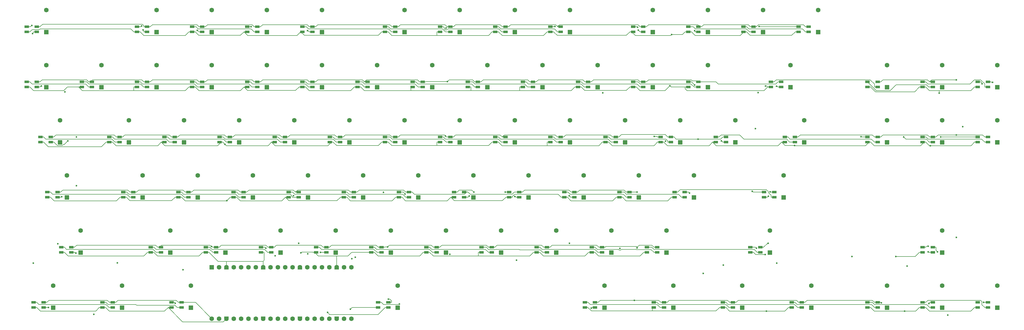
<source format=gbr>
%TF.GenerationSoftware,KiCad,Pcbnew,9.0.3*%
%TF.CreationDate,2025-08-10T17:49:01+02:00*%
%TF.ProjectId,Lucenox,4c756365-6e6f-4782-9e6b-696361645f70,rev?*%
%TF.SameCoordinates,Original*%
%TF.FileFunction,Copper,L1,Top*%
%TF.FilePolarity,Positive*%
%FSLAX46Y46*%
G04 Gerber Fmt 4.6, Leading zero omitted, Abs format (unit mm)*
G04 Created by KiCad (PCBNEW 9.0.3) date 2025-08-10 17:49:01*
%MOMM*%
%LPD*%
G01*
G04 APERTURE LIST*
G04 Aperture macros list*
%AMRoundRect*
0 Rectangle with rounded corners*
0 $1 Rounding radius*
0 $2 $3 $4 $5 $6 $7 $8 $9 X,Y pos of 4 corners*
0 Add a 4 corners polygon primitive as box body*
4,1,4,$2,$3,$4,$5,$6,$7,$8,$9,$2,$3,0*
0 Add four circle primitives for the rounded corners*
1,1,$1+$1,$2,$3*
1,1,$1+$1,$4,$5*
1,1,$1+$1,$6,$7*
1,1,$1+$1,$8,$9*
0 Add four rect primitives between the rounded corners*
20,1,$1+$1,$2,$3,$4,$5,0*
20,1,$1+$1,$4,$5,$6,$7,0*
20,1,$1+$1,$6,$7,$8,$9,0*
20,1,$1+$1,$8,$9,$2,$3,0*%
%AMFreePoly0*
4,1,37,0.000000,0.796148,0.078414,0.796148,0.232228,0.765552,0.377117,0.705537,0.507515,0.618408,0.618408,0.507515,0.705537,0.377117,0.765552,0.232228,0.796148,0.078414,0.796148,-0.078414,0.765552,-0.232228,0.705537,-0.377117,0.618408,-0.507515,0.507515,-0.618408,0.377117,-0.705537,0.232228,-0.765552,0.078414,-0.796148,0.000000,-0.796148,0.000000,-0.800000,-0.600000,-0.800000,
-0.603843,-0.796157,-0.639018,-0.796157,-0.711114,-0.766294,-0.766294,-0.711114,-0.796157,-0.639018,-0.796157,-0.603843,-0.800000,-0.600000,-0.800000,0.600000,-0.796157,0.603843,-0.796157,0.639018,-0.766294,0.711114,-0.711114,0.766294,-0.639018,0.796157,-0.603843,0.796157,-0.600000,0.800000,0.000000,0.800000,0.000000,0.796148,0.000000,0.796148,$1*%
%AMFreePoly1*
4,1,37,0.603843,0.796157,0.639018,0.796157,0.711114,0.766294,0.766294,0.711114,0.796157,0.639018,0.796157,0.603843,0.800000,0.600000,0.800000,-0.600000,0.796157,-0.603843,0.796157,-0.639018,0.766294,-0.711114,0.711114,-0.766294,0.639018,-0.796157,0.603843,-0.796157,0.600000,-0.800000,0.000000,-0.800000,0.000000,-0.796148,-0.078414,-0.796148,-0.232228,-0.765552,-0.377117,-0.705537,
-0.507515,-0.618408,-0.618408,-0.507515,-0.705537,-0.377117,-0.765552,-0.232228,-0.796148,-0.078414,-0.796148,0.078414,-0.765552,0.232228,-0.705537,0.377117,-0.618408,0.507515,-0.507515,0.618408,-0.377117,0.705537,-0.232228,0.765552,-0.078414,0.796148,0.000000,0.796148,0.000000,0.800000,0.600000,0.800000,0.603843,0.796157,0.603843,0.796157,$1*%
G04 Aperture macros list end*
%TA.AperFunction,ComponentPad*%
%ADD10RoundRect,0.250000X0.550000X-0.550000X0.550000X0.550000X-0.550000X0.550000X-0.550000X-0.550000X0*%
%TD*%
%TA.AperFunction,ComponentPad*%
%ADD11C,1.600000*%
%TD*%
%TA.AperFunction,SMDPad,CuDef*%
%ADD12R,1.600000X0.850000*%
%TD*%
%TA.AperFunction,ComponentPad*%
%ADD13FreePoly0,270.000000*%
%TD*%
%TA.AperFunction,ComponentPad*%
%ADD14FreePoly1,270.000000*%
%TD*%
%TA.AperFunction,ComponentPad*%
%ADD15RoundRect,0.200000X-0.600000X0.600000X-0.600000X-0.600000X0.600000X-0.600000X0.600000X0.600000X0*%
%TD*%
%TA.AperFunction,ViaPad*%
%ADD16C,0.600000*%
%TD*%
%TA.AperFunction,Conductor*%
%ADD17C,0.200000*%
%TD*%
G04 APERTURE END LIST*
D10*
%TO.P,D62,1,K*%
%TO.N,ROW1*%
X104130000Y-129600000D03*
D11*
%TO.P,D62,2,A*%
%TO.N,Net-(D62-A)*%
X104130000Y-121980000D03*
%TD*%
%TO.P,D84,2,A*%
%TO.N,Net-(D84-A)*%
X389880000Y-141030000D03*
D10*
%TO.P,D84,1,K*%
%TO.N,ROW0*%
X389880000Y-148650000D03*
%TD*%
D11*
%TO.P,D83,2,A*%
%TO.N,Net-(D83-A)*%
X370830000Y-141030000D03*
D10*
%TO.P,D83,1,K*%
%TO.N,ROW0*%
X370830000Y-148650000D03*
%TD*%
D11*
%TO.P,D82,2,A*%
%TO.N,Net-(D82-A)*%
X351780000Y-141030000D03*
D10*
%TO.P,D82,1,K*%
%TO.N,ROW0*%
X351780000Y-148650000D03*
%TD*%
D11*
%TO.P,D81,2,A*%
%TO.N,Net-(D81-A)*%
X325586300Y-141030000D03*
D10*
%TO.P,D81,1,K*%
%TO.N,ROW0*%
X325586300Y-148650000D03*
%TD*%
D11*
%TO.P,D80,2,A*%
%TO.N,Net-(D80-A)*%
X301773800Y-141030000D03*
D10*
%TO.P,D80,1,K*%
%TO.N,ROW0*%
X301773800Y-148650000D03*
%TD*%
D11*
%TO.P,D79,2,A*%
%TO.N,Net-(D79-A)*%
X277961300Y-141030000D03*
D10*
%TO.P,D79,1,K*%
%TO.N,ROW0*%
X277961300Y-148650000D03*
%TD*%
D11*
%TO.P,D78,2,A*%
%TO.N,Net-(D78-A)*%
X254148800Y-141030000D03*
D10*
%TO.P,D78,1,K*%
%TO.N,ROW0*%
X254148800Y-148650000D03*
%TD*%
D11*
%TO.P,D77,2,A*%
%TO.N,Net-(D77-A)*%
X182711300Y-141030000D03*
D10*
%TO.P,D77,1,K*%
%TO.N,ROW0*%
X182711300Y-148650000D03*
%TD*%
D11*
%TO.P,D76,2,A*%
%TO.N,Net-(D76-A)*%
X111273800Y-141030000D03*
D10*
%TO.P,D76,1,K*%
%TO.N,ROW0*%
X111273800Y-148650000D03*
%TD*%
D11*
%TO.P,D75,2,A*%
%TO.N,Net-(D75-A)*%
X87461300Y-141030000D03*
D10*
%TO.P,D75,1,K*%
%TO.N,ROW0*%
X87461300Y-148650000D03*
%TD*%
D11*
%TO.P,D74,2,A*%
%TO.N,Net-(D74-A)*%
X63648800Y-141030000D03*
D10*
%TO.P,D74,1,K*%
%TO.N,ROW0*%
X63648800Y-148650000D03*
%TD*%
D11*
%TO.P,D73,2,A*%
%TO.N,Net-(D73-A)*%
X370830000Y-121980000D03*
D10*
%TO.P,D73,1,K*%
%TO.N,ROW1*%
X370830000Y-129600000D03*
%TD*%
D11*
%TO.P,D72,2,A*%
%TO.N,Net-(D72-A)*%
X311298800Y-121980000D03*
D10*
%TO.P,D72,1,K*%
%TO.N,ROW1*%
X311298800Y-129600000D03*
%TD*%
D11*
%TO.P,D71,2,A*%
%TO.N,Net-(D71-A)*%
X275580000Y-121980000D03*
D10*
%TO.P,D71,1,K*%
%TO.N,ROW1*%
X275580000Y-129600000D03*
%TD*%
D11*
%TO.P,D70,2,A*%
%TO.N,Net-(D70-A)*%
X256530000Y-121980000D03*
D10*
%TO.P,D70,1,K*%
%TO.N,ROW1*%
X256530000Y-129600000D03*
%TD*%
D11*
%TO.P,D69,2,A*%
%TO.N,Net-(D69-A)*%
X237480000Y-121980000D03*
D10*
%TO.P,D69,1,K*%
%TO.N,ROW1*%
X237480000Y-129600000D03*
%TD*%
D11*
%TO.P,D68,2,A*%
%TO.N,Net-(D68-A)*%
X218430000Y-121980000D03*
D10*
%TO.P,D68,1,K*%
%TO.N,ROW1*%
X218430000Y-129600000D03*
%TD*%
D11*
%TO.P,D67,2,A*%
%TO.N,Net-(D67-A)*%
X199380000Y-121980000D03*
D10*
%TO.P,D67,1,K*%
%TO.N,ROW1*%
X199380000Y-129600000D03*
%TD*%
D11*
%TO.P,D66,2,A*%
%TO.N,Net-(D66-A)*%
X180330000Y-121980000D03*
D10*
%TO.P,D66,1,K*%
%TO.N,ROW1*%
X180330000Y-129600000D03*
%TD*%
D11*
%TO.P,D65,2,A*%
%TO.N,Net-(D65-A)*%
X161280000Y-121980000D03*
D10*
%TO.P,D65,1,K*%
%TO.N,ROW1*%
X161280000Y-129600000D03*
%TD*%
D11*
%TO.P,D64,2,A*%
%TO.N,Net-(D64-A)*%
X142230000Y-121980000D03*
D10*
%TO.P,D64,1,K*%
%TO.N,ROW1*%
X142230000Y-129600000D03*
%TD*%
D11*
%TO.P,D63,2,A*%
%TO.N,Net-(D63-A)*%
X123180000Y-121980000D03*
D10*
%TO.P,D63,1,K*%
%TO.N,ROW1*%
X123180000Y-129600000D03*
%TD*%
D11*
%TO.P,D61,2,A*%
%TO.N,Net-(D61-A)*%
X73173800Y-121980000D03*
D10*
%TO.P,D61,1,K*%
%TO.N,ROW1*%
X73173800Y-129600000D03*
%TD*%
D11*
%TO.P,D60,2,A*%
%TO.N,Net-(D60-A)*%
X316061300Y-102930000D03*
D10*
%TO.P,D60,1,K*%
%TO.N,ROW2*%
X316061300Y-110550000D03*
%TD*%
D11*
%TO.P,D59,2,A*%
%TO.N,Net-(D59-A)*%
X285105000Y-102930000D03*
D10*
%TO.P,D59,1,K*%
%TO.N,ROW2*%
X285105000Y-110550000D03*
%TD*%
D11*
%TO.P,D58,2,A*%
%TO.N,Net-(D58-A)*%
X266055000Y-102930000D03*
D10*
%TO.P,D58,1,K*%
%TO.N,ROW2*%
X266055000Y-110550000D03*
%TD*%
D11*
%TO.P,D57,2,A*%
%TO.N,Net-(D57-A)*%
X247005000Y-102930000D03*
D10*
%TO.P,D57,1,K*%
%TO.N,ROW2*%
X247005000Y-110550000D03*
%TD*%
D11*
%TO.P,D56,2,A*%
%TO.N,Net-(D56-A)*%
X227955000Y-102930000D03*
D10*
%TO.P,D56,1,K*%
%TO.N,ROW2*%
X227955000Y-110550000D03*
%TD*%
D11*
%TO.P,D55,2,A*%
%TO.N,Net-(D55-A)*%
X208905000Y-102930000D03*
D10*
%TO.P,D55,1,K*%
%TO.N,ROW2*%
X208905000Y-110550000D03*
%TD*%
D11*
%TO.P,D54,2,A*%
%TO.N,Net-(D54-A)*%
X189855000Y-102930000D03*
D10*
%TO.P,D54,1,K*%
%TO.N,ROW2*%
X189855000Y-110550000D03*
%TD*%
D11*
%TO.P,D53,2,A*%
%TO.N,Net-(D53-A)*%
X170805000Y-102930000D03*
D10*
%TO.P,D53,1,K*%
%TO.N,ROW2*%
X170805000Y-110550000D03*
%TD*%
D11*
%TO.P,D52,2,A*%
%TO.N,Net-(D52-A)*%
X151755000Y-102930000D03*
D10*
%TO.P,D52,1,K*%
%TO.N,ROW2*%
X151755000Y-110550000D03*
%TD*%
D11*
%TO.P,D51,2,A*%
%TO.N,Net-(D51-A)*%
X132705000Y-102930000D03*
D10*
%TO.P,D51,1,K*%
%TO.N,ROW2*%
X132705000Y-110550000D03*
%TD*%
D11*
%TO.P,D50,2,A*%
%TO.N,Net-(D50-A)*%
X113655000Y-102930000D03*
D10*
%TO.P,D50,1,K*%
%TO.N,ROW2*%
X113655000Y-110550000D03*
%TD*%
D11*
%TO.P,D49,2,A*%
%TO.N,Net-(D49-A)*%
X94605000Y-102930000D03*
D10*
%TO.P,D49,1,K*%
%TO.N,ROW2*%
X94605000Y-110550000D03*
%TD*%
D11*
%TO.P,D48,2,A*%
%TO.N,Net-(D48-A)*%
X68411300Y-102930000D03*
D10*
%TO.P,D48,1,K*%
%TO.N,ROW2*%
X68411300Y-110550000D03*
%TD*%
D11*
%TO.P,D47,2,A*%
%TO.N,Net-(D47-A)*%
X389880000Y-83880000D03*
D10*
%TO.P,D47,1,K*%
%TO.N,ROW3*%
X389880000Y-91500000D03*
%TD*%
D11*
%TO.P,D46,2,A*%
%TO.N,Net-(D46-A)*%
X370830000Y-83880000D03*
D10*
%TO.P,D46,1,K*%
%TO.N,ROW3*%
X370830000Y-91500000D03*
%TD*%
D11*
%TO.P,D45,2,A*%
%TO.N,Net-(D45-A)*%
X351780000Y-83880000D03*
D10*
%TO.P,D45,1,K*%
%TO.N,ROW3*%
X351780000Y-91500000D03*
%TD*%
D11*
%TO.P,D44,2,A*%
%TO.N,Net-(D44-A)*%
X323205000Y-83880000D03*
D10*
%TO.P,D44,1,K*%
%TO.N,ROW3*%
X323205000Y-91500000D03*
%TD*%
D11*
%TO.P,D43,2,A*%
%TO.N,Net-(D43-A)*%
X299392500Y-83880000D03*
D10*
%TO.P,D43,1,K*%
%TO.N,ROW3*%
X299392500Y-91500000D03*
%TD*%
D11*
%TO.P,D42,2,A*%
%TO.N,Net-(D42-A)*%
X280342500Y-83880000D03*
D10*
%TO.P,D42,1,K*%
%TO.N,ROW3*%
X280342500Y-91500000D03*
%TD*%
D11*
%TO.P,D41,2,A*%
%TO.N,Net-(D41-A)*%
X261292500Y-83880000D03*
D10*
%TO.P,D41,1,K*%
%TO.N,ROW3*%
X261292500Y-91500000D03*
%TD*%
D11*
%TO.P,D40,2,A*%
%TO.N,Net-(D40-A)*%
X242242500Y-83880000D03*
D10*
%TO.P,D40,1,K*%
%TO.N,ROW3*%
X242242500Y-91500000D03*
%TD*%
D11*
%TO.P,D39,2,A*%
%TO.N,Net-(D39-A)*%
X223192500Y-83880000D03*
D10*
%TO.P,D39,1,K*%
%TO.N,ROW3*%
X223192500Y-91500000D03*
%TD*%
D11*
%TO.P,D38,2,A*%
%TO.N,Net-(D38-A)*%
X204142500Y-83880000D03*
D10*
%TO.P,D38,1,K*%
%TO.N,ROW3*%
X204142500Y-91500000D03*
%TD*%
D11*
%TO.P,D37,2,A*%
%TO.N,Net-(D37-A)*%
X185092500Y-83880000D03*
D10*
%TO.P,D37,1,K*%
%TO.N,ROW3*%
X185092500Y-91500000D03*
%TD*%
D11*
%TO.P,D36,2,A*%
%TO.N,Net-(D36-A)*%
X166042500Y-83880000D03*
D10*
%TO.P,D36,1,K*%
%TO.N,ROW3*%
X166042500Y-91500000D03*
%TD*%
D11*
%TO.P,D35,2,A*%
%TO.N,Net-(D35-A)*%
X146992500Y-83880000D03*
D10*
%TO.P,D35,1,K*%
%TO.N,ROW3*%
X146992500Y-91500000D03*
%TD*%
D11*
%TO.P,D34,2,A*%
%TO.N,Net-(D34-A)*%
X127942500Y-83880000D03*
D10*
%TO.P,D34,1,K*%
%TO.N,ROW3*%
X127942500Y-91500000D03*
%TD*%
D11*
%TO.P,D33,2,A*%
%TO.N,Net-(D33-A)*%
X108892500Y-83880000D03*
D10*
%TO.P,D33,1,K*%
%TO.N,ROW3*%
X108892500Y-91500000D03*
%TD*%
D11*
%TO.P,D32,2,A*%
%TO.N,Net-(D32-A)*%
X89842500Y-83880000D03*
D10*
%TO.P,D32,1,K*%
%TO.N,ROW3*%
X89842500Y-91500000D03*
%TD*%
D11*
%TO.P,D31,2,A*%
%TO.N,Net-(D31-A)*%
X66030000Y-83880000D03*
D10*
%TO.P,D31,1,K*%
%TO.N,ROW3*%
X66030000Y-91500000D03*
%TD*%
D11*
%TO.P,D30,2,A*%
%TO.N,Net-(D30-A)*%
X389880000Y-64830000D03*
D10*
%TO.P,D30,1,K*%
%TO.N,ROW4*%
X389880000Y-72450000D03*
%TD*%
D11*
%TO.P,D29,2,A*%
%TO.N,Net-(D29-A)*%
X370830000Y-64830000D03*
D10*
%TO.P,D29,1,K*%
%TO.N,ROW4*%
X370830000Y-72450000D03*
%TD*%
D11*
%TO.P,D28,2,A*%
%TO.N,Net-(D28-A)*%
X351780000Y-64830000D03*
D10*
%TO.P,D28,1,K*%
%TO.N,ROW4*%
X351780000Y-72450000D03*
%TD*%
D11*
%TO.P,D27,2,A*%
%TO.N,Net-(D27-A)*%
X318442500Y-64830000D03*
D10*
%TO.P,D27,1,K*%
%TO.N,ROW4*%
X318442500Y-72450000D03*
%TD*%
D11*
%TO.P,D26,2,A*%
%TO.N,Net-(D26-A)*%
X289867500Y-64830000D03*
D10*
%TO.P,D26,1,K*%
%TO.N,ROW4*%
X289867500Y-72450000D03*
%TD*%
D11*
%TO.P,D25,2,A*%
%TO.N,Net-(D25-A)*%
X270817500Y-64830000D03*
D10*
%TO.P,D25,1,K*%
%TO.N,ROW4*%
X270817500Y-72450000D03*
%TD*%
D11*
%TO.P,D24,2,A*%
%TO.N,Net-(D24-A)*%
X251767500Y-64830000D03*
D10*
%TO.P,D24,1,K*%
%TO.N,ROW4*%
X251767500Y-72450000D03*
%TD*%
D11*
%TO.P,D23,2,A*%
%TO.N,Net-(D23-A)*%
X232717500Y-64830000D03*
D10*
%TO.P,D23,1,K*%
%TO.N,ROW4*%
X232717500Y-72450000D03*
%TD*%
D11*
%TO.P,D22,2,A*%
%TO.N,Net-(D22-A)*%
X213667500Y-64830000D03*
D10*
%TO.P,D22,1,K*%
%TO.N,ROW4*%
X213667500Y-72450000D03*
%TD*%
D11*
%TO.P,D21,2,A*%
%TO.N,Net-(D21-A)*%
X194617500Y-64830000D03*
D10*
%TO.P,D21,1,K*%
%TO.N,ROW4*%
X194617500Y-72450000D03*
%TD*%
D11*
%TO.P,D20,2,A*%
%TO.N,Net-(D20-A)*%
X175567500Y-64830000D03*
D10*
%TO.P,D20,1,K*%
%TO.N,ROW4*%
X175567500Y-72450000D03*
%TD*%
D11*
%TO.P,D19,2,A*%
%TO.N,Net-(D19-A)*%
X156517500Y-64830000D03*
D10*
%TO.P,D19,1,K*%
%TO.N,ROW4*%
X156517500Y-72450000D03*
%TD*%
D11*
%TO.P,D18,2,A*%
%TO.N,Net-(D18-A)*%
X137467500Y-64830000D03*
D10*
%TO.P,D18,1,K*%
%TO.N,ROW4*%
X137467500Y-72450000D03*
%TD*%
D11*
%TO.P,D17,2,A*%
%TO.N,Net-(D17-A)*%
X118417500Y-64830000D03*
D10*
%TO.P,D17,1,K*%
%TO.N,ROW4*%
X118417500Y-72450000D03*
%TD*%
D11*
%TO.P,D16,2,A*%
%TO.N,Net-(D16-A)*%
X99367500Y-64830000D03*
D10*
%TO.P,D16,1,K*%
%TO.N,ROW4*%
X99367500Y-72450000D03*
%TD*%
D11*
%TO.P,D15,2,A*%
%TO.N,Net-(D15-A)*%
X80317500Y-64830000D03*
D10*
%TO.P,D15,1,K*%
%TO.N,ROW4*%
X80317500Y-72450000D03*
%TD*%
D11*
%TO.P,D14,2,A*%
%TO.N,Net-(D14-A)*%
X61267500Y-64830000D03*
D10*
%TO.P,D14,1,K*%
%TO.N,ROW4*%
X61267500Y-72450000D03*
%TD*%
D11*
%TO.P,D13,2,A*%
%TO.N,Net-(D13-A)*%
X327967500Y-45780000D03*
D10*
%TO.P,D13,1,K*%
%TO.N,ROW5*%
X327967500Y-53400000D03*
%TD*%
D11*
%TO.P,D12,2,A*%
%TO.N,Net-(D12-A)*%
X308917500Y-45780000D03*
D10*
%TO.P,D12,1,K*%
%TO.N,ROW5*%
X308917500Y-53400000D03*
%TD*%
D11*
%TO.P,D11,2,A*%
%TO.N,Net-(D11-A)*%
X289867500Y-45780000D03*
D10*
%TO.P,D11,1,K*%
%TO.N,ROW5*%
X289867500Y-53400000D03*
%TD*%
D11*
%TO.P,D10,2,A*%
%TO.N,Net-(D10-A)*%
X270817500Y-45780000D03*
D10*
%TO.P,D10,1,K*%
%TO.N,ROW5*%
X270817500Y-53400000D03*
%TD*%
D11*
%TO.P,D9,2,A*%
%TO.N,Net-(D9-A)*%
X242242500Y-45780000D03*
D10*
%TO.P,D9,1,K*%
%TO.N,ROW5*%
X242242500Y-53400000D03*
%TD*%
D11*
%TO.P,D8,2,A*%
%TO.N,Net-(D8-A)*%
X223192500Y-45780000D03*
D10*
%TO.P,D8,1,K*%
%TO.N,ROW5*%
X223192500Y-53400000D03*
%TD*%
D11*
%TO.P,D7,2,A*%
%TO.N,Net-(D7-A)*%
X204142500Y-45780000D03*
D10*
%TO.P,D7,1,K*%
%TO.N,ROW5*%
X204142500Y-53400000D03*
%TD*%
D11*
%TO.P,D6,2,A*%
%TO.N,Net-(D6-A)*%
X185092500Y-45780000D03*
D10*
%TO.P,D6,1,K*%
%TO.N,ROW5*%
X185092500Y-53400000D03*
%TD*%
D11*
%TO.P,D5,2,A*%
%TO.N,Net-(D5-A)*%
X156517500Y-45780000D03*
D10*
%TO.P,D5,1,K*%
%TO.N,ROW5*%
X156517500Y-53400000D03*
%TD*%
D11*
%TO.P,D4,2,A*%
%TO.N,Net-(D4-A)*%
X137467500Y-45780000D03*
D10*
%TO.P,D4,1,K*%
%TO.N,ROW5*%
X137467500Y-53400000D03*
%TD*%
D11*
%TO.P,D3,2,A*%
%TO.N,Net-(D3-A)*%
X118417500Y-45780000D03*
D10*
%TO.P,D3,1,K*%
%TO.N,ROW5*%
X118417500Y-53400000D03*
%TD*%
D11*
%TO.P,D2,2,A*%
%TO.N,Net-(D2-A)*%
X99367500Y-45780000D03*
D10*
%TO.P,D2,1,K*%
%TO.N,ROW5*%
X99367500Y-53400000D03*
%TD*%
D11*
%TO.P,D1,2,A*%
%TO.N,Net-(D1-A)*%
X61267500Y-45780000D03*
D10*
%TO.P,D1,1,K*%
%TO.N,ROW5*%
X61267500Y-53400000D03*
%TD*%
D12*
%TO.P,LED71,4,VDD*%
%TO.N,5V*%
X272330000Y-127725000D03*
%TO.P,LED71,3,DIN*%
%TO.N,Net-(LED70-DOUT)*%
X272330000Y-129475000D03*
%TO.P,LED71,2,VSS*%
%TO.N,GND*%
X268830000Y-129475000D03*
%TO.P,LED71,1,DOUT*%
%TO.N,Net-(LED71-DOUT)*%
X268830000Y-127725000D03*
%TD*%
%TO.P,LED56,4,VDD*%
%TO.N,5V*%
X224705000Y-108675000D03*
%TO.P,LED56,3,DIN*%
%TO.N,Net-(LED55-DOUT)*%
X224705000Y-110425000D03*
%TO.P,LED56,2,VSS*%
%TO.N,GND*%
X221205000Y-110425000D03*
%TO.P,LED56,1,DOUT*%
%TO.N,Net-(LED56-DOUT)*%
X221205000Y-108675000D03*
%TD*%
%TO.P,LED1,4,VDD*%
%TO.N,5V*%
X58017500Y-51525000D03*
%TO.P,LED1,3,DIN*%
%TO.N,RGB*%
X58017500Y-53275000D03*
%TO.P,LED1,2,VSS*%
%TO.N,GND*%
X54517500Y-53275000D03*
%TO.P,LED1,1,DOUT*%
%TO.N,Net-(LED1-DOUT)*%
X54517500Y-51525000D03*
%TD*%
%TO.P,LED78,4,VDD*%
%TO.N,5V*%
X250898800Y-146775000D03*
%TO.P,LED78,3,DIN*%
%TO.N,Net-(LED77-DOUT)*%
X250898800Y-148525000D03*
%TO.P,LED78,2,VSS*%
%TO.N,GND*%
X247398800Y-148525000D03*
%TO.P,LED78,1,DOUT*%
%TO.N,Net-(LED78-DOUT)*%
X247398800Y-146775000D03*
%TD*%
%TO.P,LED81,4,VDD*%
%TO.N,5V*%
X322336300Y-146775000D03*
%TO.P,LED81,3,DIN*%
%TO.N,Net-(LED80-DOUT)*%
X322336300Y-148525000D03*
%TO.P,LED81,2,VSS*%
%TO.N,GND*%
X318836300Y-148525000D03*
%TO.P,LED81,1,DOUT*%
%TO.N,Net-(LED81-DOUT)*%
X318836300Y-146775000D03*
%TD*%
%TO.P,LED41,4,VDD*%
%TO.N,5V*%
X258042500Y-89625000D03*
%TO.P,LED41,3,DIN*%
%TO.N,Net-(LED40-DOUT)*%
X258042500Y-91375000D03*
%TO.P,LED41,2,VSS*%
%TO.N,GND*%
X254542500Y-91375000D03*
%TO.P,LED41,1,DOUT*%
%TO.N,Net-(LED41-DOUT)*%
X254542500Y-89625000D03*
%TD*%
%TO.P,LED16,4,VDD*%
%TO.N,5V*%
X96117500Y-70575000D03*
%TO.P,LED16,3,DIN*%
%TO.N,Net-(LED15-DOUT)*%
X96117500Y-72325000D03*
%TO.P,LED16,2,VSS*%
%TO.N,GND*%
X92617500Y-72325000D03*
%TO.P,LED16,1,DOUT*%
%TO.N,Net-(LED16-DOUT)*%
X92617500Y-70575000D03*
%TD*%
%TO.P,LED65,4,VDD*%
%TO.N,5V*%
X158030000Y-127725000D03*
%TO.P,LED65,3,DIN*%
%TO.N,Net-(LED64-DOUT)*%
X158030000Y-129475000D03*
%TO.P,LED65,2,VSS*%
%TO.N,GND*%
X154530000Y-129475000D03*
%TO.P,LED65,1,DOUT*%
%TO.N,Net-(LED65-DOUT)*%
X154530000Y-127725000D03*
%TD*%
%TO.P,LED30,4,VDD*%
%TO.N,5V*%
X386630000Y-70575000D03*
%TO.P,LED30,3,DIN*%
%TO.N,Net-(LED29-DOUT)*%
X386630000Y-72325000D03*
%TO.P,LED30,2,VSS*%
%TO.N,GND*%
X383130000Y-72325000D03*
%TO.P,LED30,1,DOUT*%
%TO.N,Net-(LED30-DOUT)*%
X383130000Y-70575000D03*
%TD*%
%TO.P,LED24,4,VDD*%
%TO.N,5V*%
X248517500Y-70575000D03*
%TO.P,LED24,3,DIN*%
%TO.N,Net-(LED23-DOUT)*%
X248517500Y-72325000D03*
%TO.P,LED24,2,VSS*%
%TO.N,GND*%
X245017500Y-72325000D03*
%TO.P,LED24,1,DOUT*%
%TO.N,RGB_2*%
X245017500Y-70575000D03*
%TD*%
%TO.P,LED33,4,VDD*%
%TO.N,5V*%
X105642500Y-89625000D03*
%TO.P,LED33,3,DIN*%
%TO.N,Net-(LED32-DOUT)*%
X105642500Y-91375000D03*
%TO.P,LED33,2,VSS*%
%TO.N,GND*%
X102142500Y-91375000D03*
%TO.P,LED33,1,DOUT*%
%TO.N,Net-(LED33-DOUT)*%
X102142500Y-89625000D03*
%TD*%
%TO.P,LED35,4,VDD*%
%TO.N,5V*%
X143742500Y-89625000D03*
%TO.P,LED35,3,DIN*%
%TO.N,Net-(LED34-DOUT)*%
X143742500Y-91375000D03*
%TO.P,LED35,2,VSS*%
%TO.N,GND*%
X140242500Y-91375000D03*
%TO.P,LED35,1,DOUT*%
%TO.N,Net-(LED35-DOUT)*%
X140242500Y-89625000D03*
%TD*%
%TO.P,LED73,4,VDD*%
%TO.N,5V*%
X367580000Y-127725000D03*
%TO.P,LED73,3,DIN*%
%TO.N,RGB_6*%
X367580000Y-129475000D03*
%TO.P,LED73,2,VSS*%
%TO.N,GND*%
X364080000Y-129475000D03*
%TO.P,LED73,1,DOUT*%
%TO.N,Net-(LED73-DOUT)*%
X364080000Y-127725000D03*
%TD*%
%TO.P,LED4,4,VDD*%
%TO.N,5V*%
X134217500Y-51525000D03*
%TO.P,LED4,3,DIN*%
%TO.N,Net-(LED3-DOUT)*%
X134217500Y-53275000D03*
%TO.P,LED4,2,VSS*%
%TO.N,GND*%
X130717500Y-53275000D03*
%TO.P,LED4,1,DOUT*%
%TO.N,Net-(LED4-DOUT)*%
X130717500Y-51525000D03*
%TD*%
%TO.P,LED15,4,VDD*%
%TO.N,5V*%
X77067500Y-70575000D03*
%TO.P,LED15,3,DIN*%
%TO.N,Net-(LED14-DOUT)*%
X77067500Y-72325000D03*
%TO.P,LED15,2,VSS*%
%TO.N,GND*%
X73567500Y-72325000D03*
%TO.P,LED15,1,DOUT*%
%TO.N,Net-(LED15-DOUT)*%
X73567500Y-70575000D03*
%TD*%
%TO.P,LED62,4,VDD*%
%TO.N,5V*%
X100880000Y-127725000D03*
%TO.P,LED62,3,DIN*%
%TO.N,Net-(LED61-DOUT)*%
X100880000Y-129475000D03*
%TO.P,LED62,2,VSS*%
%TO.N,GND*%
X97380000Y-129475000D03*
%TO.P,LED62,1,DOUT*%
%TO.N,Net-(LED62-DOUT)*%
X97380000Y-127725000D03*
%TD*%
%TO.P,LED42,4,VDD*%
%TO.N,5V*%
X277092500Y-89625000D03*
%TO.P,LED42,3,DIN*%
%TO.N,Net-(LED41-DOUT)*%
X277092500Y-91375000D03*
%TO.P,LED42,2,VSS*%
%TO.N,GND*%
X273592500Y-91375000D03*
%TO.P,LED42,1,DOUT*%
%TO.N,Net-(LED42-DOUT)*%
X273592500Y-89625000D03*
%TD*%
%TO.P,LED46,4,VDD*%
%TO.N,5V*%
X367580000Y-89625000D03*
%TO.P,LED46,3,DIN*%
%TO.N,Net-(LED45-DOUT)*%
X367580000Y-91375000D03*
%TO.P,LED46,2,VSS*%
%TO.N,GND*%
X364080000Y-91375000D03*
%TO.P,LED46,1,DOUT*%
%TO.N,Net-(LED46-DOUT)*%
X364080000Y-89625000D03*
%TD*%
%TO.P,LED14,4,VDD*%
%TO.N,5V*%
X58017500Y-70575000D03*
%TO.P,LED14,3,DIN*%
%TO.N,Net-(LED13-DOUT)*%
X58017500Y-72325000D03*
%TO.P,LED14,2,VSS*%
%TO.N,GND*%
X54517500Y-72325000D03*
%TO.P,LED14,1,DOUT*%
%TO.N,Net-(LED14-DOUT)*%
X54517500Y-70575000D03*
%TD*%
%TO.P,LED2,4,VDD*%
%TO.N,5V*%
X96117500Y-51525000D03*
%TO.P,LED2,3,DIN*%
%TO.N,Net-(LED1-DOUT)*%
X96117500Y-53275000D03*
%TO.P,LED2,2,VSS*%
%TO.N,GND*%
X92617500Y-53275000D03*
%TO.P,LED2,1,DOUT*%
%TO.N,Net-(LED2-DOUT)*%
X92617500Y-51525000D03*
%TD*%
%TO.P,LED32,4,VDD*%
%TO.N,5V*%
X86592500Y-89625000D03*
%TO.P,LED32,3,DIN*%
%TO.N,Net-(LED31-DOUT)*%
X86592500Y-91375000D03*
%TO.P,LED32,2,VSS*%
%TO.N,GND*%
X83092500Y-91375000D03*
%TO.P,LED32,1,DOUT*%
%TO.N,Net-(LED32-DOUT)*%
X83092500Y-89625000D03*
%TD*%
%TO.P,LED23,4,VDD*%
%TO.N,5V*%
X229467500Y-70575000D03*
%TO.P,LED23,3,DIN*%
%TO.N,Net-(LED22-DOUT)*%
X229467500Y-72325000D03*
%TO.P,LED23,2,VSS*%
%TO.N,GND*%
X225967500Y-72325000D03*
%TO.P,LED23,1,DOUT*%
%TO.N,Net-(LED23-DOUT)*%
X225967500Y-70575000D03*
%TD*%
%TO.P,LED47,4,VDD*%
%TO.N,5V*%
X386630000Y-89625000D03*
%TO.P,LED47,3,DIN*%
%TO.N,Net-(LED46-DOUT)*%
X386630000Y-91375000D03*
%TO.P,LED47,2,VSS*%
%TO.N,GND*%
X383130000Y-91375000D03*
%TO.P,LED47,1,DOUT*%
%TO.N,Net-(LED47-DOUT)*%
X383130000Y-89625000D03*
%TD*%
%TO.P,LED13,4,VDD*%
%TO.N,5V*%
X324717500Y-51525000D03*
%TO.P,LED13,3,DIN*%
%TO.N,RGB_1*%
X324717500Y-53275000D03*
%TO.P,LED13,2,VSS*%
%TO.N,GND*%
X321217500Y-53275000D03*
%TO.P,LED13,1,DOUT*%
%TO.N,Net-(LED13-DOUT)*%
X321217500Y-51525000D03*
%TD*%
%TO.P,LED66,4,VDD*%
%TO.N,5V*%
X177080000Y-127725000D03*
%TO.P,LED66,3,DIN*%
%TO.N,Net-(LED65-DOUT)*%
X177080000Y-129475000D03*
%TO.P,LED66,2,VSS*%
%TO.N,GND*%
X173580000Y-129475000D03*
%TO.P,LED66,1,DOUT*%
%TO.N,Net-(LED66-DOUT)*%
X173580000Y-127725000D03*
%TD*%
%TO.P,LED50,4,VDD*%
%TO.N,5V*%
X110405000Y-108675000D03*
%TO.P,LED50,3,DIN*%
%TO.N,Net-(LED49-DOUT)*%
X110405000Y-110425000D03*
%TO.P,LED50,2,VSS*%
%TO.N,GND*%
X106905000Y-110425000D03*
%TO.P,LED50,1,DOUT*%
%TO.N,Net-(LED50-DOUT)*%
X106905000Y-108675000D03*
%TD*%
%TO.P,LED82,4,VDD*%
%TO.N,5V*%
X348530000Y-146775000D03*
%TO.P,LED82,3,DIN*%
%TO.N,Net-(LED81-DOUT)*%
X348530000Y-148525000D03*
%TO.P,LED82,2,VSS*%
%TO.N,GND*%
X345030000Y-148525000D03*
%TO.P,LED82,1,DOUT*%
%TO.N,Net-(LED82-DOUT)*%
X345030000Y-146775000D03*
%TD*%
%TO.P,LED20,4,VDD*%
%TO.N,5V*%
X172317500Y-70575000D03*
%TO.P,LED20,3,DIN*%
%TO.N,Net-(LED19-DOUT)*%
X172317500Y-72325000D03*
%TO.P,LED20,2,VSS*%
%TO.N,GND*%
X168817500Y-72325000D03*
%TO.P,LED20,1,DOUT*%
%TO.N,Net-(LED20-DOUT)*%
X168817500Y-70575000D03*
%TD*%
%TO.P,LED49,4,VDD*%
%TO.N,5V*%
X91355000Y-108675000D03*
%TO.P,LED49,3,DIN*%
%TO.N,RGB_4*%
X91355000Y-110425000D03*
%TO.P,LED49,2,VSS*%
%TO.N,GND*%
X87855000Y-110425000D03*
%TO.P,LED49,1,DOUT*%
%TO.N,Net-(LED49-DOUT)*%
X87855000Y-108675000D03*
%TD*%
%TO.P,LED60,4,VDD*%
%TO.N,5V*%
X312811300Y-108675000D03*
%TO.P,LED60,3,DIN*%
%TO.N,Net-(LED59-DOUT)*%
X312811300Y-110425000D03*
%TO.P,LED60,2,VSS*%
%TO.N,GND*%
X309311300Y-110425000D03*
%TO.P,LED60,1,DOUT*%
%TO.N,RGB_5*%
X309311300Y-108675000D03*
%TD*%
%TO.P,LED7,4,VDD*%
%TO.N,5V*%
X200892500Y-51525000D03*
%TO.P,LED7,3,DIN*%
%TO.N,Net-(LED6-DOUT)*%
X200892500Y-53275000D03*
%TO.P,LED7,2,VSS*%
%TO.N,GND*%
X197392500Y-53275000D03*
%TO.P,LED7,1,DOUT*%
%TO.N,Net-(LED7-DOUT)*%
X197392500Y-51525000D03*
%TD*%
%TO.P,LED5,4,VDD*%
%TO.N,5V*%
X153267500Y-51525000D03*
%TO.P,LED5,3,DIN*%
%TO.N,Net-(LED4-DOUT)*%
X153267500Y-53275000D03*
%TO.P,LED5,2,VSS*%
%TO.N,GND*%
X149767500Y-53275000D03*
%TO.P,LED5,1,DOUT*%
%TO.N,Net-(LED5-DOUT)*%
X149767500Y-51525000D03*
%TD*%
%TO.P,LED11,4,VDD*%
%TO.N,5V*%
X286617500Y-51525000D03*
%TO.P,LED11,3,DIN*%
%TO.N,Net-(LED10-DOUT)*%
X286617500Y-53275000D03*
%TO.P,LED11,2,VSS*%
%TO.N,GND*%
X283117500Y-53275000D03*
%TO.P,LED11,1,DOUT*%
%TO.N,Net-(LED11-DOUT)*%
X283117500Y-51525000D03*
%TD*%
%TO.P,LED63,4,VDD*%
%TO.N,5V*%
X119930000Y-127725000D03*
%TO.P,LED63,3,DIN*%
%TO.N,Net-(LED62-DOUT)*%
X119930000Y-129475000D03*
%TO.P,LED63,2,VSS*%
%TO.N,GND*%
X116430000Y-129475000D03*
%TO.P,LED63,1,DOUT*%
%TO.N,Net-(LED63-DOUT)*%
X116430000Y-127725000D03*
%TD*%
%TO.P,LED79,4,VDD*%
%TO.N,5V*%
X274711300Y-146775000D03*
%TO.P,LED79,3,DIN*%
%TO.N,Net-(LED78-DOUT)*%
X274711300Y-148525000D03*
%TO.P,LED79,2,VSS*%
%TO.N,GND*%
X271211300Y-148525000D03*
%TO.P,LED79,1,DOUT*%
%TO.N,Net-(LED79-DOUT)*%
X271211300Y-146775000D03*
%TD*%
%TO.P,LED74,4,VDD*%
%TO.N,5V*%
X60398800Y-146775000D03*
%TO.P,LED74,3,DIN*%
%TO.N,Net-(LED73-DOUT)*%
X60398800Y-148525000D03*
%TO.P,LED74,2,VSS*%
%TO.N,GND*%
X56898800Y-148525000D03*
%TO.P,LED74,1,DOUT*%
%TO.N,Net-(LED74-DOUT)*%
X56898800Y-146775000D03*
%TD*%
%TO.P,LED21,4,VDD*%
%TO.N,5V*%
X191367500Y-70575000D03*
%TO.P,LED21,3,DIN*%
%TO.N,Net-(LED20-DOUT)*%
X191367500Y-72325000D03*
%TO.P,LED21,2,VSS*%
%TO.N,GND*%
X187867500Y-72325000D03*
%TO.P,LED21,1,DOUT*%
%TO.N,Net-(LED21-DOUT)*%
X187867500Y-70575000D03*
%TD*%
%TO.P,LED69,4,VDD*%
%TO.N,5V*%
X234230000Y-127725000D03*
%TO.P,LED69,3,DIN*%
%TO.N,Net-(LED68-DOUT)*%
X234230000Y-129475000D03*
%TO.P,LED69,2,VSS*%
%TO.N,GND*%
X230730000Y-129475000D03*
%TO.P,LED69,1,DOUT*%
%TO.N,Net-(LED69-DOUT)*%
X230730000Y-127725000D03*
%TD*%
%TO.P,LED59,4,VDD*%
%TO.N,5V*%
X281855000Y-108675000D03*
%TO.P,LED59,3,DIN*%
%TO.N,Net-(LED58-DOUT)*%
X281855000Y-110425000D03*
%TO.P,LED59,2,VSS*%
%TO.N,GND*%
X278355000Y-110425000D03*
%TO.P,LED59,1,DOUT*%
%TO.N,Net-(LED59-DOUT)*%
X278355000Y-108675000D03*
%TD*%
%TO.P,LED57,4,VDD*%
%TO.N,5V*%
X243755000Y-108675000D03*
%TO.P,LED57,3,DIN*%
%TO.N,Net-(LED56-DOUT)*%
X243755000Y-110425000D03*
%TO.P,LED57,2,VSS*%
%TO.N,GND*%
X240255000Y-110425000D03*
%TO.P,LED57,1,DOUT*%
%TO.N,Net-(LED57-DOUT)*%
X240255000Y-108675000D03*
%TD*%
%TO.P,LED10,4,VDD*%
%TO.N,5V*%
X267567500Y-51525000D03*
%TO.P,LED10,3,DIN*%
%TO.N,Net-(LED10-DIN)*%
X267567500Y-53275000D03*
%TO.P,LED10,2,VSS*%
%TO.N,GND*%
X264067500Y-53275000D03*
%TO.P,LED10,1,DOUT*%
%TO.N,Net-(LED10-DOUT)*%
X264067500Y-51525000D03*
%TD*%
%TO.P,LED37,4,VDD*%
%TO.N,5V*%
X181842500Y-89625000D03*
%TO.P,LED37,3,DIN*%
%TO.N,RGB_3*%
X181842500Y-91375000D03*
%TO.P,LED37,2,VSS*%
%TO.N,GND*%
X178342500Y-91375000D03*
%TO.P,LED37,1,DOUT*%
%TO.N,Net-(LED37-DOUT)*%
X178342500Y-89625000D03*
%TD*%
%TO.P,LED3,4,VDD*%
%TO.N,5V*%
X115167500Y-51525000D03*
%TO.P,LED3,3,DIN*%
%TO.N,Net-(LED2-DOUT)*%
X115167500Y-53275000D03*
%TO.P,LED3,2,VSS*%
%TO.N,GND*%
X111667500Y-53275000D03*
%TO.P,LED3,1,DOUT*%
%TO.N,Net-(LED3-DOUT)*%
X111667500Y-51525000D03*
%TD*%
%TO.P,LED84,4,VDD*%
%TO.N,5V*%
X386630000Y-146775000D03*
%TO.P,LED84,3,DIN*%
%TO.N,Net-(LED83-DOUT)*%
X386630000Y-148525000D03*
%TO.P,LED84,2,VSS*%
%TO.N,GND*%
X383130000Y-148525000D03*
%TO.P,LED84,1,DOUT*%
%TO.N,unconnected-(LED84-DOUT-Pad1)*%
X383130000Y-146775000D03*
%TD*%
%TO.P,LED55,4,VDD*%
%TO.N,5V*%
X205655000Y-108675000D03*
%TO.P,LED55,3,DIN*%
%TO.N,Net-(LED54-DOUT)*%
X205655000Y-110425000D03*
%TO.P,LED55,2,VSS*%
%TO.N,GND*%
X202155000Y-110425000D03*
%TO.P,LED55,1,DOUT*%
%TO.N,Net-(LED55-DOUT)*%
X202155000Y-108675000D03*
%TD*%
%TO.P,LED6,4,VDD*%
%TO.N,5V*%
X181842500Y-51525000D03*
%TO.P,LED6,3,DIN*%
%TO.N,Net-(LED5-DOUT)*%
X181842500Y-53275000D03*
%TO.P,LED6,2,VSS*%
%TO.N,GND*%
X178342500Y-53275000D03*
%TO.P,LED6,1,DOUT*%
%TO.N,Net-(LED6-DOUT)*%
X178342500Y-51525000D03*
%TD*%
%TO.P,LED29,4,VDD*%
%TO.N,5V*%
X367580000Y-70575000D03*
%TO.P,LED29,3,DIN*%
%TO.N,Net-(LED28-DOUT)*%
X367580000Y-72325000D03*
%TO.P,LED29,2,VSS*%
%TO.N,GND*%
X364080000Y-72325000D03*
%TO.P,LED29,1,DOUT*%
%TO.N,Net-(LED29-DOUT)*%
X364080000Y-70575000D03*
%TD*%
%TO.P,LED22,4,VDD*%
%TO.N,5V*%
X210417500Y-70575000D03*
%TO.P,LED22,3,DIN*%
%TO.N,Net-(LED21-DOUT)*%
X210417500Y-72325000D03*
%TO.P,LED22,2,VSS*%
%TO.N,GND*%
X206917500Y-72325000D03*
%TO.P,LED22,1,DOUT*%
%TO.N,Net-(LED22-DOUT)*%
X206917500Y-70575000D03*
%TD*%
%TO.P,LED68,4,VDD*%
%TO.N,5V*%
X215180000Y-127725000D03*
%TO.P,LED68,3,DIN*%
%TO.N,Net-(LED67-DOUT)*%
X215180000Y-129475000D03*
%TO.P,LED68,2,VSS*%
%TO.N,GND*%
X211680000Y-129475000D03*
%TO.P,LED68,1,DOUT*%
%TO.N,Net-(LED68-DOUT)*%
X211680000Y-127725000D03*
%TD*%
%TO.P,LED39,4,VDD*%
%TO.N,5V*%
X219942500Y-89625000D03*
%TO.P,LED39,3,DIN*%
%TO.N,Net-(LED38-DOUT)*%
X219942500Y-91375000D03*
%TO.P,LED39,2,VSS*%
%TO.N,GND*%
X216442500Y-91375000D03*
%TO.P,LED39,1,DOUT*%
%TO.N,Net-(LED39-DOUT)*%
X216442500Y-89625000D03*
%TD*%
%TO.P,LED27,4,VDD*%
%TO.N,5V*%
X315192500Y-70575000D03*
%TO.P,LED27,3,DIN*%
%TO.N,Net-(LED26-DOUT)*%
X315192500Y-72325000D03*
%TO.P,LED27,2,VSS*%
%TO.N,GND*%
X311692500Y-72325000D03*
%TO.P,LED27,1,DOUT*%
%TO.N,Net-(LED27-DOUT)*%
X311692500Y-70575000D03*
%TD*%
%TO.P,LED45,4,VDD*%
%TO.N,5V*%
X348530000Y-89625000D03*
%TO.P,LED45,3,DIN*%
%TO.N,Net-(LED44-DOUT)*%
X348530000Y-91375000D03*
%TO.P,LED45,2,VSS*%
%TO.N,GND*%
X345030000Y-91375000D03*
%TO.P,LED45,1,DOUT*%
%TO.N,Net-(LED45-DOUT)*%
X345030000Y-89625000D03*
%TD*%
%TO.P,LED61,4,VDD*%
%TO.N,5V*%
X69923800Y-127725000D03*
%TO.P,LED61,3,DIN*%
%TO.N,RGB_5*%
X69923800Y-129475000D03*
%TO.P,LED61,2,VSS*%
%TO.N,GND*%
X66423800Y-129475000D03*
%TO.P,LED61,1,DOUT*%
%TO.N,Net-(LED61-DOUT)*%
X66423800Y-127725000D03*
%TD*%
%TO.P,LED38,4,VDD*%
%TO.N,5V*%
X200892500Y-89625000D03*
%TO.P,LED38,3,DIN*%
%TO.N,Net-(LED37-DOUT)*%
X200892500Y-91375000D03*
%TO.P,LED38,2,VSS*%
%TO.N,GND*%
X197392500Y-91375000D03*
%TO.P,LED38,1,DOUT*%
%TO.N,Net-(LED38-DOUT)*%
X197392500Y-89625000D03*
%TD*%
%TO.P,LED25,4,VDD*%
%TO.N,5V*%
X267567500Y-70575000D03*
%TO.P,LED25,3,DIN*%
%TO.N,RGB_2*%
X267567500Y-72325000D03*
%TO.P,LED25,2,VSS*%
%TO.N,GND*%
X264067500Y-72325000D03*
%TO.P,LED25,1,DOUT*%
%TO.N,Net-(LED25-DOUT)*%
X264067500Y-70575000D03*
%TD*%
%TO.P,LED83,4,VDD*%
%TO.N,5V*%
X367580000Y-146775000D03*
%TO.P,LED83,3,DIN*%
%TO.N,Net-(LED82-DOUT)*%
X367580000Y-148525000D03*
%TO.P,LED83,2,VSS*%
%TO.N,GND*%
X364080000Y-148525000D03*
%TO.P,LED83,1,DOUT*%
%TO.N,Net-(LED83-DOUT)*%
X364080000Y-146775000D03*
%TD*%
%TO.P,LED53,4,VDD*%
%TO.N,5V*%
X167555000Y-108675000D03*
%TO.P,LED53,3,DIN*%
%TO.N,Net-(LED52-DOUT)*%
X167555000Y-110425000D03*
%TO.P,LED53,2,VSS*%
%TO.N,GND*%
X164055000Y-110425000D03*
%TO.P,LED53,1,DOUT*%
%TO.N,Net-(LED53-DOUT)*%
X164055000Y-108675000D03*
%TD*%
%TO.P,LED17,4,VDD*%
%TO.N,5V*%
X115167500Y-70575000D03*
%TO.P,LED17,3,DIN*%
%TO.N,Net-(LED16-DOUT)*%
X115167500Y-72325000D03*
%TO.P,LED17,2,VSS*%
%TO.N,GND*%
X111667500Y-72325000D03*
%TO.P,LED17,1,DOUT*%
%TO.N,Net-(LED17-DOUT)*%
X111667500Y-70575000D03*
%TD*%
%TO.P,LED8,4,VDD*%
%TO.N,5V*%
X219942500Y-51525000D03*
%TO.P,LED8,3,DIN*%
%TO.N,Net-(LED7-DOUT)*%
X219942500Y-53275000D03*
%TO.P,LED8,2,VSS*%
%TO.N,GND*%
X216442500Y-53275000D03*
%TO.P,LED8,1,DOUT*%
%TO.N,Net-(LED8-DOUT)*%
X216442500Y-51525000D03*
%TD*%
%TO.P,LED19,4,VDD*%
%TO.N,5V*%
X153267500Y-70575000D03*
%TO.P,LED19,3,DIN*%
%TO.N,Net-(LED18-DOUT)*%
X153267500Y-72325000D03*
%TO.P,LED19,2,VSS*%
%TO.N,GND*%
X149767500Y-72325000D03*
%TO.P,LED19,1,DOUT*%
%TO.N,Net-(LED19-DOUT)*%
X149767500Y-70575000D03*
%TD*%
%TO.P,LED58,4,VDD*%
%TO.N,5V*%
X262805000Y-108675000D03*
%TO.P,LED58,3,DIN*%
%TO.N,Net-(LED57-DOUT)*%
X262805000Y-110425000D03*
%TO.P,LED58,2,VSS*%
%TO.N,GND*%
X259305000Y-110425000D03*
%TO.P,LED58,1,DOUT*%
%TO.N,Net-(LED58-DOUT)*%
X259305000Y-108675000D03*
%TD*%
%TO.P,LED54,4,VDD*%
%TO.N,5V*%
X186605000Y-108675000D03*
%TO.P,LED54,3,DIN*%
%TO.N,Net-(LED53-DOUT)*%
X186605000Y-110425000D03*
%TO.P,LED54,2,VSS*%
%TO.N,GND*%
X183105000Y-110425000D03*
%TO.P,LED54,1,DOUT*%
%TO.N,Net-(LED54-DOUT)*%
X183105000Y-108675000D03*
%TD*%
%TO.P,LED75,4,VDD*%
%TO.N,5V*%
X84211300Y-146775000D03*
%TO.P,LED75,3,DIN*%
%TO.N,Net-(LED74-DOUT)*%
X84211300Y-148525000D03*
%TO.P,LED75,2,VSS*%
%TO.N,GND*%
X80711300Y-148525000D03*
%TO.P,LED75,1,DOUT*%
%TO.N,Net-(LED75-DOUT)*%
X80711300Y-146775000D03*
%TD*%
%TO.P,LED77,4,VDD*%
%TO.N,5V*%
X179461300Y-146775000D03*
%TO.P,LED77,3,DIN*%
%TO.N,Net-(LED76-DOUT)*%
X179461300Y-148525000D03*
%TO.P,LED77,2,VSS*%
%TO.N,GND*%
X175961300Y-148525000D03*
%TO.P,LED77,1,DOUT*%
%TO.N,Net-(LED77-DOUT)*%
X175961300Y-146775000D03*
%TD*%
%TO.P,LED28,4,VDD*%
%TO.N,5V*%
X348530000Y-70575000D03*
%TO.P,LED28,3,DIN*%
%TO.N,Net-(LED27-DOUT)*%
X348530000Y-72325000D03*
%TO.P,LED28,2,VSS*%
%TO.N,GND*%
X345030000Y-72325000D03*
%TO.P,LED28,1,DOUT*%
%TO.N,Net-(LED28-DOUT)*%
X345030000Y-70575000D03*
%TD*%
%TO.P,LED36,4,VDD*%
%TO.N,5V*%
X162792500Y-89625000D03*
%TO.P,LED36,3,DIN*%
%TO.N,Net-(LED35-DOUT)*%
X162792500Y-91375000D03*
%TO.P,LED36,2,VSS*%
%TO.N,GND*%
X159292500Y-91375000D03*
%TO.P,LED36,1,DOUT*%
%TO.N,RGB_3*%
X159292500Y-89625000D03*
%TD*%
%TO.P,LED52,4,VDD*%
%TO.N,5V*%
X148505000Y-108675000D03*
%TO.P,LED52,3,DIN*%
%TO.N,Net-(LED51-DOUT)*%
X148505000Y-110425000D03*
%TO.P,LED52,2,VSS*%
%TO.N,GND*%
X145005000Y-110425000D03*
%TO.P,LED52,1,DOUT*%
%TO.N,Net-(LED52-DOUT)*%
X145005000Y-108675000D03*
%TD*%
%TO.P,LED67,4,VDD*%
%TO.N,5V*%
X196130000Y-127725000D03*
%TO.P,LED67,3,DIN*%
%TO.N,Net-(LED66-DOUT)*%
X196130000Y-129475000D03*
%TO.P,LED67,2,VSS*%
%TO.N,GND*%
X192630000Y-129475000D03*
%TO.P,LED67,1,DOUT*%
%TO.N,Net-(LED67-DOUT)*%
X192630000Y-127725000D03*
%TD*%
%TO.P,LED26,4,VDD*%
%TO.N,5V*%
X286617500Y-70575000D03*
%TO.P,LED26,3,DIN*%
%TO.N,Net-(LED25-DOUT)*%
X286617500Y-72325000D03*
%TO.P,LED26,2,VSS*%
%TO.N,GND*%
X283117500Y-72325000D03*
%TO.P,LED26,1,DOUT*%
%TO.N,Net-(LED26-DOUT)*%
X283117500Y-70575000D03*
%TD*%
%TO.P,LED76,4,VDD*%
%TO.N,5V*%
X108023800Y-146775000D03*
%TO.P,LED76,3,DIN*%
%TO.N,Net-(LED75-DOUT)*%
X108023800Y-148525000D03*
%TO.P,LED76,2,VSS*%
%TO.N,GND*%
X104523800Y-148525000D03*
%TO.P,LED76,1,DOUT*%
%TO.N,Net-(LED76-DOUT)*%
X104523800Y-146775000D03*
%TD*%
%TO.P,LED70,4,VDD*%
%TO.N,5V*%
X253280000Y-127725000D03*
%TO.P,LED70,3,DIN*%
%TO.N,Net-(LED69-DOUT)*%
X253280000Y-129475000D03*
%TO.P,LED70,2,VSS*%
%TO.N,GND*%
X249780000Y-129475000D03*
%TO.P,LED70,1,DOUT*%
%TO.N,Net-(LED70-DOUT)*%
X249780000Y-127725000D03*
%TD*%
%TO.P,LED9,4,VDD*%
%TO.N,5V*%
X238992500Y-51525000D03*
%TO.P,LED9,3,DIN*%
%TO.N,Net-(LED8-DOUT)*%
X238992500Y-53275000D03*
%TO.P,LED9,2,VSS*%
%TO.N,GND*%
X235492500Y-53275000D03*
%TO.P,LED9,1,DOUT*%
%TO.N,Net-(LED10-DIN)*%
X235492500Y-51525000D03*
%TD*%
%TO.P,LED40,4,VDD*%
%TO.N,5V*%
X238992500Y-89625000D03*
%TO.P,LED40,3,DIN*%
%TO.N,Net-(LED39-DOUT)*%
X238992500Y-91375000D03*
%TO.P,LED40,2,VSS*%
%TO.N,GND*%
X235492500Y-91375000D03*
%TO.P,LED40,1,DOUT*%
%TO.N,Net-(LED40-DOUT)*%
X235492500Y-89625000D03*
%TD*%
%TO.P,LED34,4,VDD*%
%TO.N,5V*%
X124692500Y-89625000D03*
%TO.P,LED34,3,DIN*%
%TO.N,Net-(LED33-DOUT)*%
X124692500Y-91375000D03*
%TO.P,LED34,2,VSS*%
%TO.N,GND*%
X121192500Y-91375000D03*
%TO.P,LED34,1,DOUT*%
%TO.N,Net-(LED34-DOUT)*%
X121192500Y-89625000D03*
%TD*%
%TO.P,LED18,4,VDD*%
%TO.N,5V*%
X134217500Y-70575000D03*
%TO.P,LED18,3,DIN*%
%TO.N,Net-(LED17-DOUT)*%
X134217500Y-72325000D03*
%TO.P,LED18,2,VSS*%
%TO.N,GND*%
X130717500Y-72325000D03*
%TO.P,LED18,1,DOUT*%
%TO.N,Net-(LED18-DOUT)*%
X130717500Y-70575000D03*
%TD*%
%TO.P,LED48,4,VDD*%
%TO.N,5V*%
X65161300Y-108675000D03*
%TO.P,LED48,3,DIN*%
%TO.N,Net-(LED47-DOUT)*%
X65161300Y-110425000D03*
%TO.P,LED48,2,VSS*%
%TO.N,GND*%
X61661300Y-110425000D03*
%TO.P,LED48,1,DOUT*%
%TO.N,RGB_4*%
X61661300Y-108675000D03*
%TD*%
%TO.P,LED44,4,VDD*%
%TO.N,5V*%
X319955000Y-89625000D03*
%TO.P,LED44,3,DIN*%
%TO.N,Net-(LED43-DOUT)*%
X319955000Y-91375000D03*
%TO.P,LED44,2,VSS*%
%TO.N,GND*%
X316455000Y-91375000D03*
%TO.P,LED44,1,DOUT*%
%TO.N,Net-(LED44-DOUT)*%
X316455000Y-89625000D03*
%TD*%
%TO.P,LED31,4,VDD*%
%TO.N,5V*%
X62780000Y-89625000D03*
%TO.P,LED31,3,DIN*%
%TO.N,Net-(LED30-DOUT)*%
X62780000Y-91375000D03*
%TO.P,LED31,2,VSS*%
%TO.N,GND*%
X59280000Y-91375000D03*
%TO.P,LED31,1,DOUT*%
%TO.N,Net-(LED31-DOUT)*%
X59280000Y-89625000D03*
%TD*%
%TO.P,LED80,4,VDD*%
%TO.N,5V*%
X298523800Y-146775000D03*
%TO.P,LED80,3,DIN*%
%TO.N,Net-(LED79-DOUT)*%
X298523800Y-148525000D03*
%TO.P,LED80,2,VSS*%
%TO.N,GND*%
X295023800Y-148525000D03*
%TO.P,LED80,1,DOUT*%
%TO.N,Net-(LED80-DOUT)*%
X295023800Y-146775000D03*
%TD*%
%TO.P,LED43,4,VDD*%
%TO.N,5V*%
X296142500Y-89625000D03*
%TO.P,LED43,3,DIN*%
%TO.N,Net-(LED42-DOUT)*%
X296142500Y-91375000D03*
%TO.P,LED43,2,VSS*%
%TO.N,GND*%
X292642500Y-91375000D03*
%TO.P,LED43,1,DOUT*%
%TO.N,Net-(LED43-DOUT)*%
X292642500Y-89625000D03*
%TD*%
%TO.P,LED12,4,VDD*%
%TO.N,5V*%
X305667500Y-51525000D03*
%TO.P,LED12,3,DIN*%
%TO.N,Net-(LED11-DOUT)*%
X305667500Y-53275000D03*
%TO.P,LED12,2,VSS*%
%TO.N,GND*%
X302167500Y-53275000D03*
%TO.P,LED12,1,DOUT*%
%TO.N,RGB_1*%
X302167500Y-51525000D03*
%TD*%
%TO.P,LED64,4,VDD*%
%TO.N,5V*%
X138980000Y-127725000D03*
%TO.P,LED64,3,DIN*%
%TO.N,Net-(LED63-DOUT)*%
X138980000Y-129475000D03*
%TO.P,LED64,2,VSS*%
%TO.N,GND*%
X135480000Y-129475000D03*
%TO.P,LED64,1,DOUT*%
%TO.N,Net-(LED64-DOUT)*%
X135480000Y-127725000D03*
%TD*%
%TO.P,LED51,4,VDD*%
%TO.N,5V*%
X129455000Y-108675000D03*
%TO.P,LED51,3,DIN*%
%TO.N,Net-(LED50-DOUT)*%
X129455000Y-110425000D03*
%TO.P,LED51,2,VSS*%
%TO.N,GND*%
X125955000Y-110425000D03*
%TO.P,LED51,1,DOUT*%
%TO.N,Net-(LED51-DOUT)*%
X125955000Y-108675000D03*
%TD*%
%TO.P,LED72,4,VDD*%
%TO.N,5V*%
X308048800Y-127725000D03*
%TO.P,LED72,3,DIN*%
%TO.N,Net-(LED71-DOUT)*%
X308048800Y-129475000D03*
%TO.P,LED72,2,VSS*%
%TO.N,GND*%
X304548800Y-129475000D03*
%TO.P,LED72,1,DOUT*%
%TO.N,RGB_6*%
X304548800Y-127725000D03*
%TD*%
D11*
%TO.P,A1,40,VBUS*%
%TO.N,5V*%
X118432500Y-152390000D03*
%TO.P,A1,39,VSYS*%
%TO.N,unconnected-(A1-VSYS-Pad39)*%
X120972500Y-152390000D03*
D13*
%TO.P,A1,38,GND*%
%TO.N,GND*%
X123512500Y-152390000D03*
D11*
%TO.P,A1,37,3V3_EN*%
%TO.N,unconnected-(A1-3V3_EN-Pad37)*%
X126052500Y-152390000D03*
%TO.P,A1,36,3V3*%
%TO.N,unconnected-(A1-3V3-Pad36)*%
X128592500Y-152390000D03*
%TO.P,A1,35,ADC_VREF*%
%TO.N,unconnected-(A1-ADC_VREF-Pad35)*%
X131132500Y-152390000D03*
%TO.P,A1,34,GPIO28_ADC2*%
%TO.N,unconnected-(A1-GPIO28_ADC2-Pad34)*%
X133672500Y-152390000D03*
D13*
%TO.P,A1,33,AGND*%
%TO.N,unconnected-(A1-AGND-Pad33)*%
X136212500Y-152390000D03*
D11*
%TO.P,A1,32,GPIO27_ADC1*%
%TO.N,unconnected-(A1-GPIO27_ADC1-Pad32)*%
X138752500Y-152390000D03*
%TO.P,A1,31,GPIO26_ADC0*%
%TO.N,RGB*%
X141292500Y-152390000D03*
%TO.P,A1,30,RUN*%
%TO.N,unconnected-(A1-RUN-Pad30)*%
X143832500Y-152390000D03*
%TO.P,A1,29,GPIO22*%
%TO.N,ROW5*%
X146372500Y-152390000D03*
D13*
%TO.P,A1,28,GND*%
%TO.N,GND*%
X148912500Y-152390000D03*
D11*
%TO.P,A1,27,GPIO21*%
%TO.N,ROW4*%
X151452500Y-152390000D03*
%TO.P,A1,26,GPIO20*%
%TO.N,ROW3*%
X153992500Y-152390000D03*
%TO.P,A1,25,GPIO19*%
%TO.N,ROW2*%
X156532500Y-152390000D03*
%TO.P,A1,24,GPIO18*%
%TO.N,ROW1*%
X159072500Y-152390000D03*
D13*
%TO.P,A1,23,GND*%
%TO.N,GND*%
X161612500Y-152390000D03*
D11*
%TO.P,A1,22,GPIO17*%
%TO.N,ROW0*%
X164152500Y-152390000D03*
%TO.P,A1,21,GPIO16*%
%TO.N,COL16*%
X166692500Y-152390000D03*
%TO.P,A1,20,GPIO15*%
%TO.N,COL15*%
X166692500Y-134610000D03*
%TO.P,A1,19,GPIO14*%
%TO.N,COL14*%
X164152500Y-134610000D03*
D14*
%TO.P,A1,18,GND*%
%TO.N,GND*%
X161612500Y-134610000D03*
D11*
%TO.P,A1,17,GPIO13*%
%TO.N,COL13*%
X159072500Y-134610000D03*
%TO.P,A1,16,GPIO12*%
%TO.N,COL12*%
X156532500Y-134610000D03*
%TO.P,A1,15,GPIO11*%
%TO.N,COL11*%
X153992500Y-134610000D03*
%TO.P,A1,14,GPIO10*%
%TO.N,COL10*%
X151452500Y-134610000D03*
D14*
%TO.P,A1,13,GND*%
%TO.N,GND*%
X148912500Y-134610000D03*
D11*
%TO.P,A1,12,GPIO9*%
%TO.N,COL9*%
X146372500Y-134610000D03*
%TO.P,A1,11,GPIO8*%
%TO.N,COL8*%
X143832500Y-134610000D03*
%TO.P,A1,10,GPIO7*%
%TO.N,COL7*%
X141292500Y-134610000D03*
%TO.P,A1,9,GPIO6*%
%TO.N,COL6*%
X138752500Y-134610000D03*
D14*
%TO.P,A1,8,GND*%
%TO.N,GND*%
X136212500Y-134610000D03*
D11*
%TO.P,A1,7,GPIO5*%
%TO.N,COL5*%
X133672500Y-134610000D03*
%TO.P,A1,6,GPIO4*%
%TO.N,COL4*%
X131132500Y-134610000D03*
%TO.P,A1,5,GPIO3*%
%TO.N,COL3*%
X128592500Y-134610000D03*
%TO.P,A1,4,GPIO2*%
%TO.N,COL2*%
X126052500Y-134610000D03*
D14*
%TO.P,A1,3,GND*%
%TO.N,GND*%
X123512500Y-134610000D03*
D11*
%TO.P,A1,2,GPIO1*%
%TO.N,COL1*%
X120972500Y-134610000D03*
D15*
%TO.P,A1,1,GPIO0*%
%TO.N,COL0*%
X118432500Y-134610000D03*
%TD*%
D16*
%TO.N,Net-(LED77-DOUT)*%
X183319400Y-147346000D03*
X249583000Y-148768400D03*
%TO.N,Net-(LED76-DOUT)*%
X158467200Y-150247000D03*
X105845700Y-147091600D03*
%TO.N,Net-(LED73-DOUT)*%
X62074900Y-148520800D03*
X65303100Y-126550000D03*
X366041400Y-127398700D03*
%TO.N,Net-(LED64-DOUT)*%
X137170400Y-128046200D03*
X156002400Y-129478700D03*
%TO.N,Net-(LED56-DOUT)*%
X242006900Y-109954600D03*
X219834100Y-108685800D03*
%TO.N,Net-(LED55-DOUT)*%
X209016300Y-108663300D03*
X223201700Y-110144800D03*
%TO.N,Net-(LED54-DOUT)*%
X185250500Y-109300200D03*
X207462500Y-109975800D03*
%TO.N,Net-(LED47-DOUT)*%
X370356700Y-89625000D03*
X71733400Y-89625000D03*
X66612100Y-110263300D03*
%TO.N,Net-(LED45-DOUT)*%
X357503300Y-89569200D03*
X342844800Y-89538200D03*
%TO.N,Net-(LED42-DOUT)*%
X275249000Y-91044400D03*
X294557900Y-90973900D03*
X271361300Y-89389300D03*
%TO.N,Net-(LED30-DOUT)*%
X384615600Y-71207100D03*
X68753000Y-90925800D03*
X67697700Y-74048900D03*
%TO.N,Net-(LED26-DOUT)*%
X313608200Y-72054400D03*
X285314600Y-71675400D03*
%TO.N,Net-(LED13-DOUT)*%
X307571400Y-51411600D03*
X307234000Y-74304200D03*
X59642000Y-72006600D03*
%TO.N,Net-(LED10-DOUT)*%
X285284000Y-52825800D03*
X265575300Y-51704300D03*
%TO.N,Net-(LED10-DIN)*%
X237102000Y-51414500D03*
X265817500Y-52652100D03*
%TO.N,Net-(LED4-DOUT)*%
X132036500Y-51472100D03*
X151590800Y-52825800D03*
%TO.N,Net-(LED2-DOUT)*%
X94237800Y-51232300D03*
X113417900Y-52803900D03*
%TO.N,Net-(LED1-DOUT)*%
X56279400Y-51037500D03*
X94702000Y-52612500D03*
%TO.N,RGB_6*%
X306657400Y-128038800D03*
X366041400Y-129310500D03*
%TO.N,RGB_5*%
X71548300Y-129698400D03*
X305222100Y-108368000D03*
X71733400Y-106476900D03*
%TO.N,COL2*%
X108533500Y-135502500D03*
%TO.N,ROW4*%
X253537800Y-74349700D03*
%TO.N,COL6*%
X146755400Y-109891400D03*
X177770000Y-108727700D03*
%TO.N,COL16*%
X375734200Y-124322500D03*
X377949700Y-86047900D03*
X372753800Y-151147500D03*
%TO.N,COL12*%
X313726300Y-133187500D03*
%TO.N,COL7*%
X140391700Y-130695700D03*
X200780900Y-130174000D03*
%TO.N,COL8*%
X223733800Y-132184000D03*
%TO.N,COL5*%
X166874100Y-131700800D03*
%TO.N,COL0*%
X56831500Y-133187500D03*
%TO.N,COL11*%
X288246500Y-136740200D03*
%TO.N,COL15*%
X358745000Y-134246400D03*
%TO.N,COL13*%
X306357500Y-86689000D03*
X295263400Y-133898700D03*
%TO.N,RGB*%
X77694200Y-150917500D03*
X56551900Y-53847700D03*
%TO.N,COL14*%
X339695000Y-130888800D03*
%TO.N,COL1*%
X85846900Y-133110000D03*
%TO.N,COL3*%
X168031600Y-131132400D03*
%TO.N,5V*%
X310714500Y-126320000D03*
X311367700Y-108549800D03*
X283534700Y-108969800D03*
X375734200Y-69848200D03*
X375734200Y-88898300D03*
X369204500Y-129311300D03*
X366270500Y-147160200D03*
X286478000Y-90351700D03*
X385167000Y-146746300D03*
X349865400Y-146943400D03*
X199418200Y-52038300D03*
X199890600Y-70429100D03*
X265459400Y-108685800D03*
X265459400Y-127925200D03*
X264461500Y-146048300D03*
X199246500Y-89250000D03*
X118356300Y-127463200D03*
X388288000Y-70692100D03*
X179461300Y-145664800D03*
X179199000Y-127622800D03*
%TO.N,COL9*%
X242063800Y-126349100D03*
X148465900Y-126349100D03*
%TO.N,GND*%
X309673300Y-130232400D03*
X310814100Y-110107300D03*
X354871400Y-130888800D03*
X357851800Y-149808200D03*
X310165400Y-149762800D03*
X149297900Y-129688500D03*
X319875900Y-92547500D03*
X369821800Y-74408000D03*
X366793000Y-92609800D03*
X166354100Y-149095000D03*
X276786700Y-71875900D03*
X277381000Y-54203700D03*
X123683900Y-111594400D03*
X309783900Y-72028700D03*
X123053500Y-92134300D03*
%TO.N,COL10*%
X259498600Y-128088300D03*
X151598900Y-129995500D03*
%TD*%
D17*
%TO.N,Net-(LED83-DOUT)*%
X386630000Y-148525000D02*
X385528300Y-148525000D01*
X364080000Y-146775000D02*
X365181700Y-146775000D01*
X384565300Y-147562000D02*
X385528300Y-148525000D01*
X384565300Y-146460300D02*
X384565300Y-147562000D01*
X384153300Y-146048300D02*
X384565300Y-146460300D01*
X365908400Y-146048300D02*
X384153300Y-146048300D01*
X365181700Y-146775000D02*
X365908400Y-146048300D01*
%TO.N,Net-(LED82-DOUT)*%
X367580000Y-148525000D02*
X366478300Y-148525000D01*
X365498400Y-147545100D02*
X366478300Y-148525000D01*
X347488400Y-147545100D02*
X365498400Y-147545100D01*
X346718300Y-146775000D02*
X347488400Y-147545100D01*
X345030000Y-146775000D02*
X346718300Y-146775000D01*
%TO.N,Net-(LED81-DOUT)*%
X318836300Y-146775000D02*
X319938000Y-146775000D01*
X348530000Y-148525000D02*
X347428300Y-148525000D01*
X346444800Y-147541500D02*
X347428300Y-148525000D01*
X320704500Y-147541500D02*
X346444800Y-147541500D01*
X319938000Y-146775000D02*
X320704500Y-147541500D01*
%TO.N,Net-(LED80-DOUT)*%
X296852200Y-147501700D02*
X296125500Y-146775000D01*
X319840800Y-147501700D02*
X296852200Y-147501700D01*
X320864100Y-148525000D02*
X319840800Y-147501700D01*
X322336300Y-148525000D02*
X320864100Y-148525000D01*
X295023800Y-146775000D02*
X296125500Y-146775000D01*
%TO.N,Net-(LED79-DOUT)*%
X271211300Y-146775000D02*
X272313000Y-146775000D01*
X298523800Y-148525000D02*
X297422100Y-148525000D01*
X297186700Y-148525000D02*
X297422100Y-148525000D01*
X296164900Y-147503200D02*
X297186700Y-148525000D01*
X273041200Y-147503200D02*
X296164900Y-147503200D01*
X272313000Y-146775000D02*
X273041200Y-147503200D01*
%TO.N,Net-(LED78-DOUT)*%
X247398800Y-146775000D02*
X248500500Y-146775000D01*
X274711300Y-148525000D02*
X273609600Y-148525000D01*
X273374200Y-148525000D02*
X273609600Y-148525000D01*
X272352400Y-147503200D02*
X273374200Y-148525000D01*
X249228700Y-147503200D02*
X272352400Y-147503200D01*
X248500500Y-146775000D02*
X249228700Y-147503200D01*
%TO.N,Net-(LED77-DOUT)*%
X250898800Y-148525000D02*
X249797100Y-148525000D01*
X175961300Y-146775000D02*
X177063000Y-146775000D01*
X183163700Y-147501700D02*
X183319400Y-147346000D01*
X177789700Y-147501700D02*
X183163700Y-147501700D01*
X177063000Y-146775000D02*
X177789700Y-147501700D01*
X249797100Y-148554300D02*
X249797100Y-148525000D01*
X249583000Y-148768400D02*
X249797100Y-148554300D01*
%TO.N,Net-(LED76-DOUT)*%
X179461300Y-148525000D02*
X178359600Y-148525000D01*
X159169700Y-150949500D02*
X158467200Y-150247000D01*
X175935100Y-150949500D02*
X159169700Y-150949500D01*
X178359600Y-148525000D02*
X175935100Y-150949500D01*
X105625500Y-146871400D02*
X105625500Y-146775000D01*
X105845700Y-147091600D02*
X105625500Y-146871400D01*
X104523800Y-146775000D02*
X105625500Y-146775000D01*
%TO.N,Net-(LED75-DOUT)*%
X80711300Y-146775000D02*
X81813000Y-146775000D01*
X108023800Y-148525000D02*
X106922100Y-148525000D01*
X81874400Y-146775000D02*
X81813000Y-146775000D01*
X82601100Y-147501700D02*
X81874400Y-146775000D01*
X92211600Y-147501700D02*
X82601100Y-147501700D01*
X92508200Y-147798300D02*
X92211600Y-147501700D01*
X105783300Y-147798300D02*
X92508200Y-147798300D01*
X106510000Y-148525000D02*
X105783300Y-147798300D01*
X106922100Y-148525000D02*
X106510000Y-148525000D01*
%TO.N,Net-(LED74-DOUT)*%
X58727200Y-147501700D02*
X58000500Y-146775000D01*
X81973800Y-147501700D02*
X58727200Y-147501700D01*
X82997100Y-148525000D02*
X81973800Y-147501700D01*
X84211300Y-148525000D02*
X82997100Y-148525000D01*
X56898800Y-146775000D02*
X58000500Y-146775000D01*
%TO.N,Net-(LED73-DOUT)*%
X62070700Y-148525000D02*
X62074900Y-148520800D01*
X60398800Y-148525000D02*
X62070700Y-148525000D01*
X365508000Y-127398700D02*
X365181700Y-127725000D01*
X366041400Y-127398700D02*
X365508000Y-127398700D01*
X364080000Y-127725000D02*
X365181700Y-127725000D01*
%TO.N,Net-(LED71-DOUT)*%
X270504500Y-127725000D02*
X268830000Y-127725000D01*
X271231200Y-128451700D02*
X270504500Y-127725000D01*
X305923800Y-128451700D02*
X271231200Y-128451700D01*
X306947100Y-129475000D02*
X305923800Y-128451700D01*
X308048800Y-129475000D02*
X306947100Y-129475000D01*
%TO.N,Net-(LED70-DOUT)*%
X249780000Y-127725000D02*
X250881700Y-127725000D01*
X272330000Y-129475000D02*
X271228300Y-129475000D01*
X270281700Y-128528400D02*
X271228300Y-129475000D01*
X265211800Y-128528400D02*
X270281700Y-128528400D01*
X265135100Y-128451700D02*
X265211800Y-128528400D01*
X259986100Y-128451700D02*
X265135100Y-128451700D01*
X259747800Y-128690000D02*
X259986100Y-128451700D01*
X259249500Y-128690000D02*
X259747800Y-128690000D01*
X259011200Y-128451700D02*
X259249500Y-128690000D01*
X251608400Y-128451700D02*
X259011200Y-128451700D01*
X250881700Y-127725000D02*
X251608400Y-128451700D01*
%TO.N,Net-(LED69-DOUT)*%
X230730000Y-127725000D02*
X231831700Y-127725000D01*
X232558400Y-128451700D02*
X231831700Y-127725000D01*
X250865300Y-128451700D02*
X232558400Y-128451700D01*
X251888600Y-129475000D02*
X250865300Y-128451700D01*
X253280000Y-129475000D02*
X251888600Y-129475000D01*
%TO.N,Net-(LED68-DOUT)*%
X213319200Y-127725000D02*
X211680000Y-127725000D01*
X214123800Y-128529600D02*
X213319200Y-127725000D01*
X216439200Y-128529600D02*
X214123800Y-128529600D01*
X216518500Y-128450300D02*
X216439200Y-128529600D01*
X224673200Y-128450300D02*
X216518500Y-128450300D01*
X224833600Y-128610700D02*
X224673200Y-128450300D01*
X231960800Y-128610700D02*
X224833600Y-128610700D01*
X232825100Y-129475000D02*
X231960800Y-128610700D01*
X234230000Y-129475000D02*
X232825100Y-129475000D01*
%TO.N,Net-(LED67-DOUT)*%
X192630000Y-127725000D02*
X193731700Y-127725000D01*
X194458400Y-128451700D02*
X193731700Y-127725000D01*
X213055000Y-128451700D02*
X194458400Y-128451700D01*
X214078300Y-129475000D02*
X213055000Y-128451700D01*
X215180000Y-129475000D02*
X214078300Y-129475000D01*
%TO.N,Net-(LED66-DOUT)*%
X173580000Y-127725000D02*
X174681700Y-127725000D01*
X175408400Y-128451700D02*
X174681700Y-127725000D01*
X193715300Y-128451700D02*
X175408400Y-128451700D01*
X194738600Y-129475000D02*
X193715300Y-128451700D01*
X196130000Y-129475000D02*
X194738600Y-129475000D01*
%TO.N,Net-(LED65-DOUT)*%
X175556800Y-129475000D02*
X177080000Y-129475000D01*
X174533500Y-128451700D02*
X175556800Y-129475000D01*
X156358400Y-128451700D02*
X174533500Y-128451700D01*
X155631700Y-127725000D02*
X156358400Y-128451700D01*
X154530000Y-127725000D02*
X155631700Y-127725000D01*
%TO.N,Net-(LED64-DOUT)*%
X136849200Y-127725000D02*
X137170400Y-128046200D01*
X135480000Y-127725000D02*
X136849200Y-127725000D01*
X156924600Y-129478700D02*
X156928300Y-129475000D01*
X156002400Y-129478700D02*
X156924600Y-129478700D01*
X158030000Y-129475000D02*
X156928300Y-129475000D01*
%TO.N,Net-(LED63-DOUT)*%
X138980000Y-129475000D02*
X137878300Y-129475000D01*
X137748400Y-129475000D02*
X137878300Y-129475000D01*
X136725100Y-128451700D02*
X137748400Y-129475000D01*
X118494000Y-128451700D02*
X136725100Y-128451700D01*
X117767300Y-127725000D02*
X118494000Y-128451700D01*
X116430000Y-127725000D02*
X117767300Y-127725000D01*
%TO.N,Net-(LED62-DOUT)*%
X97380000Y-127725000D02*
X98481700Y-127725000D01*
X119930000Y-129475000D02*
X118828300Y-129475000D01*
X117805000Y-128451700D02*
X118828300Y-129475000D01*
X99208400Y-128451700D02*
X117805000Y-128451700D01*
X98481700Y-127725000D02*
X99208400Y-128451700D01*
%TO.N,Net-(LED61-DOUT)*%
X99231500Y-129475000D02*
X100880000Y-129475000D01*
X98208200Y-128451700D02*
X99231500Y-129475000D01*
X68252200Y-128451700D02*
X98208200Y-128451700D01*
X67525500Y-127725000D02*
X68252200Y-128451700D01*
X66423800Y-127725000D02*
X67525500Y-127725000D01*
%TO.N,Net-(LED59-DOUT)*%
X278355000Y-108675000D02*
X279456700Y-108675000D01*
X312811300Y-110425000D02*
X311709600Y-110425000D01*
X280365400Y-107766300D02*
X279456700Y-108675000D01*
X310058900Y-107766300D02*
X280365400Y-107766300D01*
X310766000Y-108473400D02*
X310058900Y-107766300D01*
X310766000Y-108798900D02*
X310766000Y-108473400D01*
X311709600Y-109742500D02*
X310766000Y-108798900D01*
X311709600Y-110425000D02*
X311709600Y-109742500D01*
%TO.N,Net-(LED58-DOUT)*%
X261007700Y-108675000D02*
X259305000Y-108675000D01*
X261734400Y-109401700D02*
X261007700Y-108675000D01*
X279730000Y-109401700D02*
X261734400Y-109401700D01*
X280753300Y-110425000D02*
X279730000Y-109401700D01*
X281855000Y-110425000D02*
X280753300Y-110425000D01*
%TO.N,Net-(LED57-DOUT)*%
X240255000Y-108675000D02*
X241356700Y-108675000D01*
X262805000Y-110425000D02*
X261703300Y-110425000D01*
X241578200Y-108675000D02*
X241356700Y-108675000D01*
X242306400Y-109403200D02*
X241578200Y-108675000D01*
X260681500Y-109403200D02*
X242306400Y-109403200D01*
X261703300Y-110425000D02*
X260681500Y-109403200D01*
%TO.N,Net-(LED56-DOUT)*%
X242477300Y-110425000D02*
X242006900Y-109954600D01*
X243755000Y-110425000D02*
X242477300Y-110425000D01*
X219844900Y-108675000D02*
X219834100Y-108685800D01*
X221205000Y-108675000D02*
X219844900Y-108675000D01*
%TO.N,Net-(LED55-DOUT)*%
X223323100Y-110144800D02*
X223603300Y-110425000D01*
X223201700Y-110144800D02*
X223323100Y-110144800D01*
X224705000Y-110425000D02*
X223603300Y-110425000D01*
X202155000Y-108675000D02*
X203256700Y-108675000D01*
X208301200Y-107948200D02*
X209016300Y-108663300D01*
X203983500Y-107948200D02*
X208301200Y-107948200D01*
X203256700Y-108675000D02*
X203983500Y-107948200D01*
%TO.N,Net-(LED54-DOUT)*%
X184625300Y-108675000D02*
X185250500Y-109300200D01*
X183105000Y-108675000D02*
X184625300Y-108675000D01*
X207013300Y-110425000D02*
X205655000Y-110425000D01*
X207462500Y-109975800D02*
X207013300Y-110425000D01*
%TO.N,Net-(LED53-DOUT)*%
X164055000Y-108675000D02*
X165156700Y-108675000D01*
X186605000Y-110425000D02*
X185503300Y-110425000D01*
X165883400Y-109401700D02*
X165156700Y-108675000D01*
X184480000Y-109401700D02*
X165883400Y-109401700D01*
X185503300Y-110425000D02*
X184480000Y-109401700D01*
%TO.N,Net-(LED52-DOUT)*%
X145005000Y-108675000D02*
X146106700Y-108675000D01*
X146389900Y-108675000D02*
X146106700Y-108675000D01*
X147116600Y-109401700D02*
X146389900Y-108675000D01*
X165113300Y-109401700D02*
X147116600Y-109401700D01*
X166136600Y-110425000D02*
X165113300Y-109401700D01*
X167555000Y-110425000D02*
X166136600Y-110425000D01*
%TO.N,Net-(LED51-DOUT)*%
X125955000Y-108675000D02*
X127056700Y-108675000D01*
X147335200Y-110493100D02*
X147403300Y-110425000D01*
X146506300Y-110493100D02*
X147335200Y-110493100D01*
X146153700Y-110140500D02*
X146506300Y-110493100D01*
X146153700Y-109922000D02*
X146153700Y-110140500D01*
X145633400Y-109401700D02*
X146153700Y-109922000D01*
X127783400Y-109401700D02*
X145633400Y-109401700D01*
X127056700Y-108675000D02*
X127783400Y-109401700D01*
X148505000Y-110425000D02*
X147403300Y-110425000D01*
%TO.N,Net-(LED50-DOUT)*%
X106905000Y-108675000D02*
X108006700Y-108675000D01*
X129455000Y-110425000D02*
X128353300Y-110425000D01*
X108734900Y-109403200D02*
X108006700Y-108675000D01*
X126763500Y-109403200D02*
X108734900Y-109403200D01*
X127785300Y-110425000D02*
X126763500Y-109403200D01*
X128353300Y-110425000D02*
X127785300Y-110425000D01*
%TO.N,Net-(LED49-DOUT)*%
X108983600Y-110425000D02*
X110405000Y-110425000D01*
X107960300Y-109401700D02*
X108983600Y-110425000D01*
X89795900Y-109401700D02*
X107960300Y-109401700D01*
X89069200Y-108675000D02*
X89795900Y-109401700D01*
X87855000Y-108675000D02*
X89069200Y-108675000D01*
%TO.N,Net-(LED47-DOUT)*%
X383130000Y-89625000D02*
X370356700Y-89625000D01*
X66424700Y-110263300D02*
X66263000Y-110425000D01*
X66612100Y-110263300D02*
X66424700Y-110263300D01*
X65161300Y-110425000D02*
X66263000Y-110425000D01*
%TO.N,Net-(LED46-DOUT)*%
X364080000Y-89625000D02*
X365181700Y-89625000D01*
X386630000Y-91375000D02*
X385528300Y-91375000D01*
X365243100Y-89625000D02*
X365181700Y-89625000D01*
X365969800Y-90351700D02*
X365243100Y-89625000D01*
X384505000Y-90351700D02*
X365969800Y-90351700D01*
X385528300Y-91375000D02*
X384505000Y-90351700D01*
%TO.N,Net-(LED45-DOUT)*%
X358332900Y-90398800D02*
X357503300Y-89569200D01*
X365389600Y-90398800D02*
X358332900Y-90398800D01*
X366365800Y-91375000D02*
X365389600Y-90398800D01*
X367580000Y-91375000D02*
X366365800Y-91375000D01*
X342931600Y-89625000D02*
X342844800Y-89538200D01*
X345030000Y-89625000D02*
X342931600Y-89625000D01*
%TO.N,Net-(LED44-DOUT)*%
X316455000Y-89625000D02*
X317556700Y-89625000D01*
X348530000Y-91375000D02*
X347428300Y-91375000D01*
X318283400Y-90351700D02*
X317556700Y-89625000D01*
X346405000Y-90351700D02*
X318283400Y-90351700D01*
X347428300Y-91375000D02*
X346405000Y-90351700D01*
%TO.N,Net-(LED43-DOUT)*%
X294470900Y-88898300D02*
X293744200Y-89625000D01*
X300863600Y-88898300D02*
X294470900Y-88898300D01*
X302364100Y-90398800D02*
X300863600Y-88898300D01*
X317130500Y-90398800D02*
X302364100Y-90398800D01*
X318106700Y-91375000D02*
X317130500Y-90398800D01*
X319955000Y-91375000D02*
X318106700Y-91375000D01*
X292642500Y-89625000D02*
X293744200Y-89625000D01*
%TO.N,Net-(LED42-DOUT)*%
X294639700Y-90973900D02*
X295040800Y-91375000D01*
X294557900Y-90973900D02*
X294639700Y-90973900D01*
X296142500Y-91375000D02*
X295040800Y-91375000D01*
X272255100Y-89389300D02*
X272490800Y-89625000D01*
X271361300Y-89389300D02*
X272255100Y-89389300D01*
X273592500Y-89625000D02*
X272490800Y-89625000D01*
%TO.N,Net-(LED41-DOUT)*%
X254542500Y-89625000D02*
X255644200Y-89625000D01*
X277092500Y-91375000D02*
X275990800Y-91375000D01*
X256370900Y-90351700D02*
X255644200Y-89625000D01*
X275407200Y-90351700D02*
X256370900Y-90351700D01*
X275990800Y-90935300D02*
X275407200Y-90351700D01*
X275990800Y-91375000D02*
X275990800Y-90935300D01*
%TO.N,Net-(LED40-DOUT)*%
X235492500Y-89625000D02*
X236594200Y-89625000D01*
X237320900Y-90351700D02*
X236594200Y-89625000D01*
X255427200Y-90351700D02*
X237320900Y-90351700D01*
X256450500Y-91375000D02*
X255427200Y-90351700D01*
X258042500Y-91375000D02*
X256450500Y-91375000D01*
%TO.N,Net-(LED39-DOUT)*%
X216442500Y-89625000D02*
X217544200Y-89625000D01*
X218270900Y-90351700D02*
X217544200Y-89625000D01*
X236550800Y-90351700D02*
X218270900Y-90351700D01*
X237574100Y-91375000D02*
X236550800Y-90351700D01*
X238992500Y-91375000D02*
X237574100Y-91375000D01*
%TO.N,Net-(LED38-DOUT)*%
X218524100Y-91375000D02*
X219942500Y-91375000D01*
X217500800Y-90351700D02*
X218524100Y-91375000D01*
X199220900Y-90351700D02*
X217500800Y-90351700D01*
X198494200Y-89625000D02*
X199220900Y-90351700D01*
X197392500Y-89625000D02*
X198494200Y-89625000D01*
%TO.N,Net-(LED37-DOUT)*%
X180111200Y-89625000D02*
X178342500Y-89625000D01*
X180855700Y-90369500D02*
X180111200Y-89625000D01*
X198482100Y-90369500D02*
X180855700Y-90369500D01*
X199487600Y-91375000D02*
X198482100Y-90369500D01*
X200892500Y-91375000D02*
X199487600Y-91375000D01*
%TO.N,Net-(LED35-DOUT)*%
X140242500Y-89625000D02*
X141344200Y-89625000D01*
X162792500Y-91375000D02*
X161690800Y-91375000D01*
X142070900Y-90351700D02*
X141344200Y-89625000D01*
X160432100Y-90351700D02*
X142070900Y-90351700D01*
X161455400Y-91375000D02*
X160432100Y-90351700D01*
X161690800Y-91375000D02*
X161455400Y-91375000D01*
%TO.N,Net-(LED34-DOUT)*%
X142150500Y-91375000D02*
X143742500Y-91375000D01*
X141127200Y-90351700D02*
X142150500Y-91375000D01*
X123133400Y-90351700D02*
X141127200Y-90351700D01*
X122406700Y-89625000D02*
X123133400Y-90351700D01*
X121192500Y-89625000D02*
X122406700Y-89625000D01*
%TO.N,Net-(LED33-DOUT)*%
X102142500Y-89625000D02*
X103244200Y-89625000D01*
X124692500Y-91375000D02*
X123590800Y-91375000D01*
X103970900Y-90351700D02*
X103244200Y-89625000D01*
X122506100Y-90351700D02*
X103970900Y-90351700D01*
X123529400Y-91375000D02*
X122506100Y-90351700D01*
X123590800Y-91375000D02*
X123529400Y-91375000D01*
%TO.N,Net-(LED32-DOUT)*%
X84920900Y-90351700D02*
X84194200Y-89625000D01*
X102770900Y-90351700D02*
X84920900Y-90351700D01*
X103794200Y-91375000D02*
X102770900Y-90351700D01*
X105642500Y-91375000D02*
X103794200Y-91375000D01*
X83092500Y-89625000D02*
X84194200Y-89625000D01*
%TO.N,Net-(LED31-DOUT)*%
X59280000Y-89625000D02*
X60381700Y-89625000D01*
X86592500Y-91375000D02*
X85490800Y-91375000D01*
X84970100Y-91375000D02*
X85490800Y-91375000D01*
X83946800Y-90351700D02*
X84970100Y-91375000D01*
X69029800Y-90351700D02*
X83946800Y-90351700D01*
X69002200Y-90324100D02*
X69029800Y-90351700D01*
X68503900Y-90324100D02*
X69002200Y-90324100D01*
X68476300Y-90351700D02*
X68503900Y-90324100D01*
X61108400Y-90351700D02*
X68476300Y-90351700D01*
X60381700Y-89625000D02*
X61108400Y-90351700D01*
%TO.N,Net-(LED30-DOUT)*%
X383130000Y-70575000D02*
X384231700Y-70575000D01*
X67476300Y-92202500D02*
X68753000Y-90925800D01*
X67208900Y-92202500D02*
X67476300Y-92202500D01*
X67208900Y-92202600D02*
X67208900Y-92202500D01*
X66808800Y-92602700D02*
X67208900Y-92202600D01*
X65109400Y-92602700D02*
X66808800Y-92602700D01*
X63881700Y-91375000D02*
X65109400Y-92602700D01*
X62780000Y-91375000D02*
X63881700Y-91375000D01*
X384615600Y-70958900D02*
X384231700Y-70575000D01*
X384615600Y-71207100D02*
X384615600Y-70958900D01*
%TO.N,Net-(LED29-DOUT)*%
X364080000Y-70575000D02*
X365181700Y-70575000D01*
X365908400Y-71301700D02*
X365181700Y-70575000D01*
X380460300Y-71301700D02*
X365908400Y-71301700D01*
X381913800Y-69848200D02*
X380460300Y-71301700D01*
X384153200Y-69848200D02*
X381913800Y-69848200D01*
X385528300Y-71223300D02*
X384153200Y-69848200D01*
X385528300Y-72325000D02*
X385528300Y-71223300D01*
X386630000Y-72325000D02*
X385528300Y-72325000D01*
%TO.N,Net-(LED28-DOUT)*%
X348044300Y-73589300D02*
X345030000Y-70575000D01*
X352908000Y-73589300D02*
X348044300Y-73589300D01*
X354937900Y-71559400D02*
X352908000Y-73589300D01*
X365409500Y-71559400D02*
X354937900Y-71559400D01*
X366175100Y-72325000D02*
X365409500Y-71559400D01*
X367580000Y-72325000D02*
X366175100Y-72325000D01*
%TO.N,Net-(LED27-DOUT)*%
X311692500Y-70575000D02*
X312794200Y-70575000D01*
X348530000Y-72325000D02*
X347428300Y-72325000D01*
X313520900Y-69848300D02*
X312794200Y-70575000D01*
X345959600Y-69848300D02*
X313520900Y-69848300D01*
X347428300Y-71317000D02*
X345959600Y-69848300D01*
X347428300Y-72325000D02*
X347428300Y-71317000D01*
%TO.N,Net-(LED26-DOUT)*%
X313820200Y-72054400D02*
X314090800Y-72325000D01*
X313608200Y-72054400D02*
X313820200Y-72054400D01*
X315192500Y-72325000D02*
X314090800Y-72325000D01*
X285314600Y-71670400D02*
X284219200Y-70575000D01*
X285314600Y-71675400D02*
X285314600Y-71670400D01*
X283117500Y-70575000D02*
X284219200Y-70575000D01*
%TO.N,Net-(LED25-DOUT)*%
X286617500Y-72325000D02*
X285515800Y-72325000D01*
X285113400Y-72325000D02*
X285515800Y-72325000D01*
X284090200Y-71301800D02*
X285113400Y-72325000D01*
X277063500Y-71301800D02*
X284090200Y-71301800D01*
X277035900Y-71274200D02*
X277063500Y-71301800D01*
X276537600Y-71274200D02*
X277035900Y-71274200D01*
X276510000Y-71301800D02*
X276537600Y-71274200D01*
X266497000Y-71301800D02*
X276510000Y-71301800D01*
X265770200Y-70575000D02*
X266497000Y-71301800D01*
X264067500Y-70575000D02*
X265770200Y-70575000D01*
%TO.N,Net-(LED23-DOUT)*%
X225967500Y-70575000D02*
X227069200Y-70575000D01*
X227795900Y-71301700D02*
X227069200Y-70575000D01*
X246102800Y-71301700D02*
X227795900Y-71301700D01*
X247126100Y-72325000D02*
X246102800Y-71301700D01*
X248517500Y-72325000D02*
X247126100Y-72325000D01*
%TO.N,Net-(LED22-DOUT)*%
X208620200Y-70575000D02*
X206917500Y-70575000D01*
X209346900Y-71301700D02*
X208620200Y-70575000D01*
X226595900Y-71301700D02*
X209346900Y-71301700D01*
X227619200Y-72325000D02*
X226595900Y-71301700D01*
X229467500Y-72325000D02*
X227619200Y-72325000D01*
%TO.N,Net-(LED21-DOUT)*%
X210417500Y-72325000D02*
X209315800Y-72325000D01*
X187867500Y-70575000D02*
X188969200Y-70575000D01*
X208294000Y-71303200D02*
X209315800Y-72325000D01*
X189697400Y-71303200D02*
X208294000Y-71303200D01*
X188969200Y-70575000D02*
X189697400Y-71303200D01*
%TO.N,Net-(LED20-DOUT)*%
X191367500Y-72325000D02*
X190265800Y-72325000D01*
X189697800Y-72325000D02*
X190265800Y-72325000D01*
X188676000Y-71303200D02*
X189697800Y-72325000D01*
X171248400Y-71303200D02*
X188676000Y-71303200D01*
X170520200Y-70575000D02*
X171248400Y-71303200D01*
X168817500Y-70575000D02*
X170520200Y-70575000D01*
%TO.N,Net-(LED19-DOUT)*%
X172317500Y-72325000D02*
X171215800Y-72325000D01*
X170192500Y-71301700D02*
X171215800Y-72325000D01*
X151595900Y-71301700D02*
X170192500Y-71301700D01*
X150869200Y-70575000D02*
X151595900Y-71301700D01*
X149767500Y-70575000D02*
X150869200Y-70575000D01*
%TO.N,Net-(LED18-DOUT)*%
X130717500Y-70575000D02*
X131819200Y-70575000D01*
X132545900Y-71301700D02*
X131819200Y-70575000D01*
X150852800Y-71301700D02*
X132545900Y-71301700D01*
X151876100Y-72325000D02*
X150852800Y-71301700D01*
X153267500Y-72325000D02*
X151876100Y-72325000D01*
%TO.N,Net-(LED17-DOUT)*%
X113495900Y-71301700D02*
X112769200Y-70575000D01*
X131345900Y-71301700D02*
X113495900Y-71301700D01*
X132369200Y-72325000D02*
X131345900Y-71301700D01*
X134217500Y-72325000D02*
X132369200Y-72325000D01*
X111667500Y-70575000D02*
X112769200Y-70575000D01*
%TO.N,Net-(LED16-DOUT)*%
X115167500Y-72325000D02*
X114065800Y-72325000D01*
X92617500Y-70575000D02*
X93719200Y-70575000D01*
X113497800Y-72325000D02*
X114065800Y-72325000D01*
X112477500Y-71304700D02*
X113497800Y-72325000D01*
X94510300Y-71304700D02*
X112477500Y-71304700D01*
X93780600Y-70575000D02*
X94510300Y-71304700D01*
X93719200Y-70575000D02*
X93780600Y-70575000D01*
%TO.N,Net-(LED15-DOUT)*%
X75270200Y-70575000D02*
X73567500Y-70575000D01*
X75996900Y-71301700D02*
X75270200Y-70575000D01*
X93880000Y-71301700D02*
X75996900Y-71301700D01*
X94903300Y-72325000D02*
X93880000Y-71301700D01*
X96117500Y-72325000D02*
X94903300Y-72325000D01*
%TO.N,Net-(LED14-DOUT)*%
X54517500Y-70575000D02*
X55619200Y-70575000D01*
X77067500Y-72325000D02*
X75965800Y-72325000D01*
X74944000Y-71303200D02*
X75965800Y-72325000D01*
X56347400Y-71303200D02*
X74944000Y-71303200D01*
X55619200Y-70575000D02*
X56347400Y-71303200D01*
%TO.N,Net-(LED13-DOUT)*%
X307684800Y-51525000D02*
X307571400Y-51411600D01*
X321217500Y-51525000D02*
X307684800Y-51525000D01*
X59437600Y-72006600D02*
X59119200Y-72325000D01*
X59642000Y-72006600D02*
X59437600Y-72006600D01*
X58017500Y-72325000D02*
X59119200Y-72325000D01*
%TO.N,Net-(LED11-DOUT)*%
X283117500Y-51525000D02*
X284219200Y-51525000D01*
X284834100Y-51525000D02*
X284219200Y-51525000D01*
X285560800Y-52251700D02*
X284834100Y-51525000D01*
X303225800Y-52251700D02*
X285560800Y-52251700D01*
X304249100Y-53275000D02*
X303225800Y-52251700D01*
X305667500Y-53275000D02*
X304249100Y-53275000D01*
%TO.N,Net-(LED10-DOUT)*%
X285515800Y-53057600D02*
X285284000Y-52825800D01*
X285515800Y-53275000D02*
X285515800Y-53057600D01*
X286617500Y-53275000D02*
X285515800Y-53275000D01*
X265396000Y-51525000D02*
X265575300Y-51704300D01*
X264067500Y-51525000D02*
X265396000Y-51525000D01*
%TO.N,Net-(LED10-DIN)*%
X236991500Y-51525000D02*
X237102000Y-51414500D01*
X235492500Y-51525000D02*
X236991500Y-51525000D01*
X265842900Y-52652100D02*
X266465800Y-53275000D01*
X265817500Y-52652100D02*
X265842900Y-52652100D01*
X267567500Y-53275000D02*
X266465800Y-53275000D01*
%TO.N,Net-(LED8-DOUT)*%
X216442500Y-51525000D02*
X217544200Y-51525000D01*
X238992500Y-53275000D02*
X237890800Y-53275000D01*
X217605600Y-51525000D02*
X217544200Y-51525000D01*
X218332300Y-52251700D02*
X217605600Y-51525000D01*
X236867500Y-52251700D02*
X218332300Y-52251700D01*
X237890800Y-53275000D02*
X236867500Y-52251700D01*
%TO.N,Net-(LED7-DOUT)*%
X197392500Y-51525000D02*
X198494200Y-51525000D01*
X218728300Y-53275000D02*
X219942500Y-53275000D01*
X217705000Y-52251700D02*
X218728300Y-53275000D01*
X200055700Y-52251700D02*
X217705000Y-52251700D01*
X199667400Y-52640000D02*
X200055700Y-52251700D01*
X199169100Y-52640000D02*
X199667400Y-52640000D01*
X198816500Y-52287400D02*
X199169100Y-52640000D01*
X198816500Y-51847300D02*
X198816500Y-52287400D01*
X198494200Y-51525000D02*
X198816500Y-51847300D01*
%TO.N,Net-(LED6-DOUT)*%
X178342500Y-51525000D02*
X179444200Y-51525000D01*
X179505600Y-51525000D02*
X179444200Y-51525000D01*
X180232300Y-52251700D02*
X179505600Y-51525000D01*
X198212800Y-52251700D02*
X180232300Y-52251700D01*
X199236100Y-53275000D02*
X198212800Y-52251700D01*
X200892500Y-53275000D02*
X199236100Y-53275000D01*
%TO.N,Net-(LED5-DOUT)*%
X149767500Y-51525000D02*
X150869200Y-51525000D01*
X151140900Y-51525000D02*
X150869200Y-51525000D01*
X151867600Y-52251700D02*
X151140900Y-51525000D01*
X179605000Y-52251700D02*
X151867600Y-52251700D01*
X180628300Y-53275000D02*
X179605000Y-52251700D01*
X181842500Y-53275000D02*
X180628300Y-53275000D01*
%TO.N,Net-(LED4-DOUT)*%
X151716600Y-52825800D02*
X152165800Y-53275000D01*
X151590800Y-52825800D02*
X151716600Y-52825800D01*
X153267500Y-53275000D02*
X152165800Y-53275000D01*
X130717500Y-51525000D02*
X131819200Y-51525000D01*
X131872100Y-51472100D02*
X132036500Y-51472100D01*
X131819200Y-51525000D02*
X131872100Y-51472100D01*
%TO.N,Net-(LED3-DOUT)*%
X111667500Y-51525000D02*
X112769200Y-51525000D01*
X134217500Y-53275000D02*
X133115800Y-53275000D01*
X112989900Y-51525000D02*
X112769200Y-51525000D01*
X113716600Y-52251700D02*
X112989900Y-51525000D01*
X132092500Y-52251700D02*
X113716600Y-52251700D01*
X133115800Y-53275000D02*
X132092500Y-52251700D01*
%TO.N,Net-(LED2-DOUT)*%
X93945100Y-51525000D02*
X94237800Y-51232300D01*
X92617500Y-51525000D02*
X93945100Y-51525000D01*
X113594700Y-52803900D02*
X114065800Y-53275000D01*
X113417900Y-52803900D02*
X113594700Y-52803900D01*
X115167500Y-53275000D02*
X114065800Y-53275000D01*
%TO.N,Net-(LED1-DOUT)*%
X55791900Y-51525000D02*
X56279400Y-51037500D01*
X54517500Y-51525000D02*
X55791900Y-51525000D01*
X95015800Y-52926300D02*
X94702000Y-52612500D01*
X95015800Y-53275000D02*
X95015800Y-52926300D01*
X96117500Y-53275000D02*
X95015800Y-53275000D01*
%TO.N,RGB_6*%
X306343600Y-127725000D02*
X306657400Y-128038800D01*
X304548800Y-127725000D02*
X306343600Y-127725000D01*
X366205900Y-129475000D02*
X366041400Y-129310500D01*
X367580000Y-129475000D02*
X366205900Y-129475000D01*
%TO.N,RGB_5*%
X71248900Y-129698400D02*
X71025500Y-129475000D01*
X71548300Y-129698400D02*
X71248900Y-129698400D01*
X69923800Y-129475000D02*
X71025500Y-129475000D01*
X305529100Y-108675000D02*
X305222100Y-108368000D01*
X309311300Y-108675000D02*
X305529100Y-108675000D01*
%TO.N,RGB_4*%
X91355000Y-110425000D02*
X90253300Y-110425000D01*
X61661300Y-108675000D02*
X62763000Y-108675000D01*
X90191900Y-110425000D02*
X90253300Y-110425000D01*
X89168600Y-109401700D02*
X90191900Y-110425000D01*
X63489700Y-109401700D02*
X89168600Y-109401700D01*
X62763000Y-108675000D02*
X63489700Y-109401700D01*
%TO.N,RGB_3*%
X159292500Y-89625000D02*
X160394200Y-89625000D01*
X181842500Y-91375000D02*
X180740800Y-91375000D01*
X179719400Y-90353600D02*
X180740800Y-91375000D01*
X161122800Y-90353600D02*
X179719400Y-90353600D01*
X160394200Y-89625000D02*
X161122800Y-90353600D01*
%TO.N,RGB_2*%
X246845900Y-71301700D02*
X246119200Y-70575000D01*
X265442500Y-71301700D02*
X246845900Y-71301700D01*
X266465800Y-72325000D02*
X265442500Y-71301700D01*
X267567500Y-72325000D02*
X266465800Y-72325000D01*
X245017500Y-70575000D02*
X246119200Y-70575000D01*
%TO.N,RGB_1*%
X302167500Y-51525000D02*
X303269200Y-51525000D01*
X324717500Y-53275000D02*
X323615800Y-53275000D01*
X303995900Y-52251700D02*
X303269200Y-51525000D01*
X322592500Y-52251700D02*
X303995900Y-52251700D01*
X323615800Y-53275000D02*
X322592500Y-52251700D01*
%TO.N,RGB*%
X56915800Y-53483800D02*
X56915800Y-53275000D01*
X56551900Y-53847700D02*
X56915800Y-53483800D01*
X58017500Y-53275000D02*
X56915800Y-53275000D01*
%TO.N,5V*%
X181842500Y-89625000D02*
X182944200Y-89625000D01*
X260976600Y-107948300D02*
X261703300Y-108675000D01*
X245583400Y-107948300D02*
X260976600Y-107948300D01*
X244856700Y-108675000D02*
X245583400Y-107948300D01*
X243755000Y-108675000D02*
X244856700Y-108675000D01*
X262805000Y-108675000D02*
X261703300Y-108675000D01*
X113339100Y-69848300D02*
X114065800Y-70575000D01*
X97945900Y-69848300D02*
X113339100Y-69848300D01*
X97219200Y-70575000D02*
X97945900Y-69848300D01*
X96117500Y-70575000D02*
X97219200Y-70575000D01*
X115167500Y-70575000D02*
X114065800Y-70575000D01*
X58017500Y-70575000D02*
X59119200Y-70575000D01*
X99051600Y-126998300D02*
X99778300Y-127725000D01*
X71752200Y-126998300D02*
X99051600Y-126998300D01*
X71025500Y-127725000D02*
X71752200Y-126998300D01*
X69923800Y-127725000D02*
X71025500Y-127725000D01*
X213351600Y-126998300D02*
X214078300Y-127725000D01*
X197958400Y-126998300D02*
X213351600Y-126998300D01*
X197231700Y-127725000D02*
X197958400Y-126998300D01*
X196130000Y-127725000D02*
X197231700Y-127725000D01*
X265739100Y-69848300D02*
X266465800Y-70575000D01*
X250345900Y-69848300D02*
X265739100Y-69848300D01*
X249619200Y-70575000D02*
X250345900Y-69848300D01*
X60398800Y-146775000D02*
X61500500Y-146775000D01*
X84211300Y-146775000D02*
X83109600Y-146775000D01*
X112233400Y-107948300D02*
X111506700Y-108675000D01*
X127626600Y-107948300D02*
X112233400Y-107948300D01*
X128353300Y-108675000D02*
X127626600Y-107948300D01*
X110405000Y-108675000D02*
X111506700Y-108675000D01*
X214629200Y-127725000D02*
X214078300Y-127725000D01*
X214629200Y-127725000D02*
X215180000Y-127725000D01*
X128904200Y-108675000D02*
X128353300Y-108675000D01*
X128904200Y-108675000D02*
X129455000Y-108675000D01*
X200341700Y-89625000D02*
X199790800Y-89625000D01*
X200341700Y-89625000D02*
X200892500Y-89625000D01*
X218114100Y-88898300D02*
X218840800Y-89625000D01*
X202720900Y-88898300D02*
X218114100Y-88898300D01*
X201994200Y-89625000D02*
X202720900Y-88898300D01*
X200892500Y-89625000D02*
X201994200Y-89625000D01*
X219942500Y-89625000D02*
X218840800Y-89625000D01*
X191367500Y-70575000D02*
X192469200Y-70575000D01*
X256214100Y-88898300D02*
X256940800Y-89625000D01*
X240820900Y-88898300D02*
X256214100Y-88898300D01*
X240094200Y-89625000D02*
X240820900Y-88898300D01*
X258042500Y-89625000D02*
X256940800Y-89625000D01*
X106195400Y-146048300D02*
X106922100Y-146775000D01*
X86039700Y-146048300D02*
X106195400Y-146048300D01*
X85313000Y-146775000D02*
X86039700Y-146048300D01*
X84211300Y-146775000D02*
X85313000Y-146775000D01*
X365751600Y-69848300D02*
X366478300Y-70575000D01*
X350358400Y-69848300D02*
X365751600Y-69848300D01*
X349631700Y-70575000D02*
X350358400Y-69848300D01*
X348530000Y-70575000D02*
X349631700Y-70575000D01*
X367580000Y-70575000D02*
X366478300Y-70575000D01*
X112817500Y-146775000D02*
X108023800Y-146775000D01*
X118432500Y-152390000D02*
X112817500Y-146775000D01*
X267016700Y-70575000D02*
X266465800Y-70575000D01*
X267016700Y-70575000D02*
X267567500Y-70575000D01*
X199064100Y-50798300D02*
X199790800Y-51525000D01*
X183670900Y-50798300D02*
X199064100Y-50798300D01*
X182944200Y-51525000D02*
X183670900Y-50798300D01*
X59847400Y-69846800D02*
X59119200Y-70575000D01*
X75237600Y-69846800D02*
X59847400Y-69846800D01*
X75965800Y-70575000D02*
X75237600Y-69846800D01*
X156201600Y-126998300D02*
X156928300Y-127725000D01*
X140808400Y-126998300D02*
X156201600Y-126998300D01*
X140081700Y-127725000D02*
X140808400Y-126998300D01*
X138980000Y-127725000D02*
X140081700Y-127725000D01*
X158030000Y-127725000D02*
X156928300Y-127725000D01*
X62780000Y-89625000D02*
X63881700Y-89625000D01*
X238992500Y-51525000D02*
X237890800Y-51525000D01*
X277643400Y-89625000D02*
X278194200Y-89625000D01*
X277643400Y-89625000D02*
X277092500Y-89625000D01*
X277092500Y-89625000D02*
X275990800Y-89625000D01*
X258042500Y-89625000D02*
X259144200Y-89625000D01*
X177080000Y-127725000D02*
X178181700Y-127725000D01*
X196130000Y-127725000D02*
X195028300Y-127725000D01*
X296695400Y-146048300D02*
X297422100Y-146775000D01*
X276539700Y-146048300D02*
X296695400Y-146048300D01*
X275813000Y-146775000D02*
X276539700Y-146048300D01*
X274711300Y-146775000D02*
X275813000Y-146775000D01*
X209866700Y-70575000D02*
X209315800Y-70575000D01*
X311584400Y-108549800D02*
X311709600Y-108675000D01*
X311367700Y-108549800D02*
X311584400Y-108549800D01*
X312811300Y-108675000D02*
X311709600Y-108675000D01*
X310555500Y-126320000D02*
X310714500Y-126320000D01*
X309150500Y-127725000D02*
X310555500Y-126320000D01*
X308048800Y-127725000D02*
X309150500Y-127725000D01*
X116995900Y-69848300D02*
X116269200Y-70575000D01*
X132389100Y-69848300D02*
X116995900Y-69848300D01*
X133115800Y-70575000D02*
X132389100Y-69848300D01*
X134217500Y-70575000D02*
X133115800Y-70575000D01*
X115167500Y-70575000D02*
X116269200Y-70575000D01*
X77067500Y-70575000D02*
X76516700Y-70575000D01*
X76516700Y-70575000D02*
X75965800Y-70575000D01*
X94289100Y-69848300D02*
X95015800Y-70575000D01*
X77243400Y-69848300D02*
X94289100Y-69848300D01*
X76516700Y-70575000D02*
X77243400Y-69848300D01*
X96117500Y-70575000D02*
X95015800Y-70575000D01*
X322889100Y-50798300D02*
X323615800Y-51525000D01*
X307314100Y-50798300D02*
X322889100Y-50798300D01*
X306769200Y-51343200D02*
X307314100Y-50798300D01*
X306769200Y-51525000D02*
X306769200Y-51343200D01*
X305667500Y-51525000D02*
X306769200Y-51525000D01*
X324717500Y-51525000D02*
X323615800Y-51525000D01*
X126520900Y-88898300D02*
X125794200Y-89625000D01*
X141914100Y-88898300D02*
X126520900Y-88898300D01*
X142640800Y-89625000D02*
X141914100Y-88898300D01*
X143742500Y-89625000D02*
X142640800Y-89625000D01*
X124692500Y-89625000D02*
X125794200Y-89625000D01*
X239543400Y-89625000D02*
X240094200Y-89625000D01*
X239543400Y-89625000D02*
X238992500Y-89625000D01*
X219567600Y-88898200D02*
X218840800Y-89625000D01*
X237164000Y-88898200D02*
X219567600Y-88898200D01*
X237890800Y-89625000D02*
X237164000Y-88898200D01*
X238992500Y-89625000D02*
X237890800Y-89625000D01*
X303839100Y-50798300D02*
X304565800Y-51525000D01*
X288445900Y-50798300D02*
X303839100Y-50798300D01*
X287719200Y-51525000D02*
X288445900Y-50798300D01*
X305667500Y-51525000D02*
X304565800Y-51525000D01*
X86041700Y-89625000D02*
X85490800Y-89625000D01*
X86041700Y-89625000D02*
X86592500Y-89625000D01*
X103814100Y-88898300D02*
X104540800Y-89625000D01*
X88420900Y-88898300D02*
X103814100Y-88898300D01*
X87694200Y-89625000D02*
X88420900Y-88898300D01*
X86592500Y-89625000D02*
X87694200Y-89625000D01*
X105642500Y-89625000D02*
X104540800Y-89625000D01*
X64608400Y-88898300D02*
X63881700Y-89625000D01*
X84764100Y-88898300D02*
X64608400Y-88898300D01*
X85490800Y-89625000D02*
X84764100Y-88898300D01*
X249068400Y-70575000D02*
X249619200Y-70575000D01*
X249068400Y-70575000D02*
X248517500Y-70575000D01*
X231295900Y-69848300D02*
X230569200Y-70575000D01*
X246689100Y-69848300D02*
X231295900Y-69848300D01*
X247415800Y-70575000D02*
X246689100Y-69848300D01*
X248517500Y-70575000D02*
X247415800Y-70575000D01*
X229467500Y-70575000D02*
X230569200Y-70575000D01*
X250898800Y-146775000D02*
X252000500Y-146775000D01*
X274711300Y-146775000D02*
X273609600Y-146775000D01*
X386630000Y-89625000D02*
X385528300Y-89625000D01*
X367580000Y-89625000D02*
X368681700Y-89625000D01*
X122864100Y-88898300D02*
X123590800Y-89625000D01*
X107470900Y-88898300D02*
X122864100Y-88898300D01*
X106744200Y-89625000D02*
X107470900Y-88898300D01*
X105642500Y-89625000D02*
X106744200Y-89625000D01*
X124692500Y-89625000D02*
X123590800Y-89625000D01*
X170489100Y-69848300D02*
X171215800Y-70575000D01*
X155095900Y-69848300D02*
X170489100Y-69848300D01*
X154369200Y-70575000D02*
X155095900Y-69848300D01*
X153267500Y-70575000D02*
X154369200Y-70575000D01*
X172317500Y-70575000D02*
X171215800Y-70575000D01*
X283239900Y-108675000D02*
X282956700Y-108675000D01*
X283534700Y-108969800D02*
X283239900Y-108675000D01*
X281855000Y-108675000D02*
X282956700Y-108675000D01*
X151439100Y-50798300D02*
X152165800Y-51525000D01*
X136045900Y-50798300D02*
X151439100Y-50798300D01*
X135319200Y-51525000D02*
X136045900Y-50798300D01*
X134217500Y-51525000D02*
X135319200Y-51525000D01*
X153267500Y-51525000D02*
X152165800Y-51525000D01*
X134217500Y-51525000D02*
X133115800Y-51525000D01*
X384801600Y-88898300D02*
X375734200Y-88898300D01*
X385528300Y-89625000D02*
X384801600Y-88898300D01*
X369408400Y-88898300D02*
X368681700Y-89625000D01*
X375734200Y-88898300D02*
X369408400Y-88898300D01*
X367205100Y-69848200D02*
X375734200Y-69848200D01*
X366478300Y-70575000D02*
X367205100Y-69848200D01*
X115718400Y-51525000D02*
X116269200Y-51525000D01*
X115718400Y-51525000D02*
X115167500Y-51525000D01*
X97945900Y-50798300D02*
X97219200Y-51525000D01*
X113339100Y-50798300D02*
X97945900Y-50798300D01*
X114065800Y-51525000D02*
X113339100Y-50798300D01*
X115167500Y-51525000D02*
X114065800Y-51525000D01*
X96117500Y-51525000D02*
X97219200Y-51525000D01*
X368681700Y-128788500D02*
X369204500Y-129311300D01*
X368681700Y-127725000D02*
X368681700Y-128788500D01*
X367580000Y-127725000D02*
X368681700Y-127725000D01*
X367130000Y-146775000D02*
X366478300Y-146775000D01*
X367130000Y-146775000D02*
X367580000Y-146775000D01*
X65161300Y-108675000D02*
X66263000Y-108675000D01*
X241926600Y-107948300D02*
X242653300Y-108675000D01*
X226533400Y-107948300D02*
X241926600Y-107948300D01*
X225806700Y-108675000D02*
X226533400Y-107948300D01*
X224705000Y-108675000D02*
X225806700Y-108675000D01*
X243755000Y-108675000D02*
X242653300Y-108675000D01*
X145570900Y-88898300D02*
X144844200Y-89625000D01*
X160964100Y-88898300D02*
X145570900Y-88898300D01*
X161690800Y-89625000D02*
X160964100Y-88898300D01*
X143742500Y-89625000D02*
X144844200Y-89625000D01*
X365751600Y-88898300D02*
X366478300Y-89625000D01*
X350358400Y-88898300D02*
X365751600Y-88898300D01*
X349631700Y-89625000D02*
X350358400Y-88898300D01*
X348530000Y-89625000D02*
X349631700Y-89625000D01*
X367580000Y-89625000D02*
X366478300Y-89625000D01*
X238617600Y-50798200D02*
X237890800Y-51525000D01*
X265739000Y-50798200D02*
X238617600Y-50798200D01*
X266465800Y-51525000D02*
X265739000Y-50798200D01*
X297973000Y-146775000D02*
X297422100Y-146775000D01*
X297973000Y-146775000D02*
X298523800Y-146775000D01*
X298523800Y-146775000D02*
X299625500Y-146775000D01*
X320507900Y-146048300D02*
X321234600Y-146775000D01*
X300352200Y-146048300D02*
X320507900Y-146048300D01*
X299625500Y-146775000D02*
X300352200Y-146048300D01*
X162241700Y-89625000D02*
X161690800Y-89625000D01*
X162241700Y-89625000D02*
X162792500Y-89625000D01*
X180014100Y-88898300D02*
X180740800Y-89625000D01*
X164620900Y-88898300D02*
X180014100Y-88898300D01*
X163894200Y-89625000D02*
X164620900Y-88898300D01*
X162792500Y-89625000D02*
X163894200Y-89625000D01*
X181842500Y-89625000D02*
X180740800Y-89625000D01*
X62228700Y-146046800D02*
X61500500Y-146775000D01*
X82381400Y-146046800D02*
X62228700Y-146046800D01*
X83109600Y-146775000D02*
X82381400Y-146046800D01*
X171942600Y-69848200D02*
X171215800Y-70575000D01*
X189539000Y-69848200D02*
X171942600Y-69848200D01*
X190265800Y-70575000D02*
X189539000Y-69848200D01*
X191367500Y-70575000D02*
X190265800Y-70575000D01*
X137151600Y-126998300D02*
X137878300Y-127725000D01*
X121758400Y-126998300D02*
X137151600Y-126998300D01*
X121031700Y-127725000D02*
X121758400Y-126998300D01*
X119930000Y-127725000D02*
X121031700Y-127725000D01*
X138980000Y-127725000D02*
X137878300Y-127725000D01*
X158030000Y-127725000D02*
X159131700Y-127725000D01*
X177080000Y-127725000D02*
X175978300Y-127725000D01*
X278920900Y-90351700D02*
X278194200Y-89625000D01*
X286478000Y-90351700D02*
X278920900Y-90351700D01*
X220493400Y-51525000D02*
X221044200Y-51525000D01*
X220493400Y-51525000D02*
X219942500Y-51525000D01*
X202720900Y-50798300D02*
X201994200Y-51525000D01*
X218114100Y-50798300D02*
X202720900Y-50798300D01*
X218840800Y-51525000D02*
X218114100Y-50798300D01*
X219942500Y-51525000D02*
X218840800Y-51525000D01*
X200892500Y-51525000D02*
X201994200Y-51525000D01*
X151439100Y-69848300D02*
X152165800Y-70575000D01*
X136045900Y-69848300D02*
X151439100Y-69848300D01*
X135319200Y-70575000D02*
X136045900Y-69848300D01*
X134217500Y-70575000D02*
X135319200Y-70575000D01*
X182393400Y-51525000D02*
X182944200Y-51525000D01*
X182393400Y-51525000D02*
X181842500Y-51525000D01*
X155095900Y-50798300D02*
X154369200Y-51525000D01*
X180014100Y-50798300D02*
X155095900Y-50798300D01*
X180740800Y-51525000D02*
X180014100Y-50798300D01*
X181842500Y-51525000D02*
X180740800Y-51525000D01*
X153267500Y-51525000D02*
X154369200Y-51525000D01*
X272330000Y-127725000D02*
X271228300Y-127725000D01*
X315192500Y-70575000D02*
X314090800Y-70575000D01*
X321785500Y-146775000D02*
X321234600Y-146775000D01*
X321785500Y-146775000D02*
X322336300Y-146775000D01*
X346701600Y-146048300D02*
X347428300Y-146775000D01*
X324164700Y-146048300D02*
X346701600Y-146048300D01*
X323438000Y-146775000D02*
X324164700Y-146048300D01*
X322336300Y-146775000D02*
X323438000Y-146775000D01*
X221770900Y-50798300D02*
X221044200Y-51525000D01*
X237336700Y-50798300D02*
X221770900Y-50798300D01*
X237890800Y-51352400D02*
X237336700Y-50798300D01*
X237890800Y-51525000D02*
X237890800Y-51352400D01*
X346701600Y-88898300D02*
X347428300Y-89625000D01*
X321783400Y-88898300D02*
X346701600Y-88898300D01*
X321056700Y-89625000D02*
X321783400Y-88898300D01*
X319955000Y-89625000D02*
X321056700Y-89625000D01*
X348530000Y-89625000D02*
X347428300Y-89625000D01*
X131283400Y-107948300D02*
X130556700Y-108675000D01*
X146676600Y-107948300D02*
X131283400Y-107948300D01*
X147403300Y-108675000D02*
X146676600Y-107948300D01*
X148505000Y-108675000D02*
X147403300Y-108675000D01*
X129455000Y-108675000D02*
X130556700Y-108675000D01*
X205655000Y-108675000D02*
X206756700Y-108675000D01*
X385499600Y-146746300D02*
X385528300Y-146775000D01*
X385167000Y-146746300D02*
X385499600Y-146746300D01*
X386630000Y-146775000D02*
X385528300Y-146775000D01*
X148130100Y-107948200D02*
X147403300Y-108675000D01*
X165726500Y-107948200D02*
X148130100Y-107948200D01*
X166453300Y-108675000D02*
X165726500Y-107948200D01*
X167555000Y-108675000D02*
X166453300Y-108675000D01*
X153267500Y-70575000D02*
X152165800Y-70575000D01*
X108023800Y-146775000D02*
X106922100Y-146775000D01*
X366478300Y-146952400D02*
X366270500Y-147160200D01*
X366478300Y-146775000D02*
X366478300Y-146952400D01*
X169383400Y-107948300D02*
X168656700Y-108675000D01*
X184776600Y-107948300D02*
X169383400Y-107948300D01*
X185503300Y-108675000D02*
X184776600Y-107948300D01*
X167555000Y-108675000D02*
X168656700Y-108675000D01*
X286617500Y-51525000D02*
X287168400Y-51525000D01*
X287168400Y-51525000D02*
X287719200Y-51525000D01*
X269395900Y-50798300D02*
X268669200Y-51525000D01*
X286441700Y-50798300D02*
X269395900Y-50798300D01*
X287168400Y-51525000D02*
X286441700Y-50798300D01*
X267567500Y-51525000D02*
X268669200Y-51525000D01*
X253830900Y-127725000D02*
X254381700Y-127725000D01*
X253830900Y-127725000D02*
X253280000Y-127725000D01*
X236058400Y-126998300D02*
X235331700Y-127725000D01*
X251451600Y-126998300D02*
X236058400Y-126998300D01*
X252178300Y-127725000D02*
X251451600Y-126998300D01*
X253280000Y-127725000D02*
X252178300Y-127725000D01*
X234230000Y-127725000D02*
X235331700Y-127725000D01*
X90804200Y-108675000D02*
X90253300Y-108675000D01*
X90804200Y-108675000D02*
X91355000Y-108675000D01*
X108576600Y-107948300D02*
X109303300Y-108675000D01*
X93183400Y-107948300D02*
X108576600Y-107948300D01*
X92456700Y-108675000D02*
X93183400Y-107948300D01*
X91355000Y-108675000D02*
X92456700Y-108675000D01*
X110405000Y-108675000D02*
X109303300Y-108675000D01*
X293477200Y-71347400D02*
X292704800Y-70575000D01*
X313318400Y-71347400D02*
X293477200Y-71347400D01*
X314090800Y-70575000D02*
X313318400Y-71347400D01*
X292704800Y-70575000D02*
X286617500Y-70575000D01*
X269395900Y-69848300D02*
X268669200Y-70575000D01*
X284159400Y-69848300D02*
X269395900Y-69848300D01*
X284485900Y-70174800D02*
X284159400Y-69848300D01*
X286654700Y-70174800D02*
X284485900Y-70174800D01*
X287054900Y-70575000D02*
X286654700Y-70174800D01*
X292704800Y-70575000D02*
X287054900Y-70575000D01*
X267567500Y-70575000D02*
X268669200Y-70575000D01*
X296142500Y-89625000D02*
X295040800Y-89625000D01*
X217008400Y-126998300D02*
X216281700Y-127725000D01*
X232401600Y-126998300D02*
X217008400Y-126998300D01*
X233128300Y-127725000D02*
X232401600Y-126998300D01*
X234230000Y-127725000D02*
X233128300Y-127725000D01*
X215180000Y-127725000D02*
X216281700Y-127725000D01*
X58017500Y-51525000D02*
X59119200Y-51525000D01*
X96117500Y-51525000D02*
X95015800Y-51525000D01*
X347979200Y-146775000D02*
X347428300Y-146775000D01*
X347979200Y-146775000D02*
X348530000Y-146775000D01*
X349697000Y-146775000D02*
X349865400Y-146943400D01*
X348530000Y-146775000D02*
X349697000Y-146775000D01*
X66989700Y-107948300D02*
X66263000Y-108675000D01*
X89526600Y-107948300D02*
X66989700Y-107948300D01*
X90253300Y-108675000D02*
X89526600Y-107948300D01*
X199931500Y-51525000D02*
X199790800Y-51525000D01*
X200341700Y-51525000D02*
X199931500Y-51525000D01*
X199931500Y-51525000D02*
X199418200Y-52038300D01*
X200892500Y-51525000D02*
X200341700Y-51525000D01*
X208589100Y-69848300D02*
X209315800Y-70575000D01*
X200471400Y-69848300D02*
X208589100Y-69848300D01*
X199890600Y-70429100D02*
X200471400Y-69848300D01*
X192615100Y-70429100D02*
X199890600Y-70429100D01*
X192469200Y-70575000D02*
X192615100Y-70429100D01*
X263917500Y-108685800D02*
X263906700Y-108675000D01*
X265459400Y-108685800D02*
X263917500Y-108685800D01*
X262805000Y-108675000D02*
X263906700Y-108675000D01*
X60013600Y-50630600D02*
X59119200Y-51525000D01*
X94487000Y-50630600D02*
X60013600Y-50630600D01*
X95015800Y-51159400D02*
X94487000Y-50630600D01*
X95015800Y-51525000D02*
X95015800Y-51159400D01*
X270501600Y-126998300D02*
X271228300Y-127725000D01*
X266186100Y-126998300D02*
X270501600Y-126998300D01*
X265459400Y-127725000D02*
X266186100Y-126998300D01*
X265459400Y-127925200D02*
X265459400Y-127725000D01*
X209866700Y-70575000D02*
X210417500Y-70575000D01*
X227639100Y-69848300D02*
X228365800Y-70575000D01*
X212245900Y-69848300D02*
X227639100Y-69848300D01*
X211519200Y-70575000D02*
X212245900Y-69848300D01*
X210417500Y-70575000D02*
X211519200Y-70575000D01*
X229467500Y-70575000D02*
X228365800Y-70575000D01*
X224705000Y-108675000D02*
X223603300Y-108675000D01*
X186054200Y-108675000D02*
X185503300Y-108675000D01*
X186054200Y-108675000D02*
X186605000Y-108675000D01*
X206633000Y-108551300D02*
X206756700Y-108675000D01*
X206550400Y-108551300D02*
X206633000Y-108551300D01*
X205699900Y-109401800D02*
X206550400Y-108551300D01*
X188433500Y-109401800D02*
X205699900Y-109401800D01*
X187706700Y-108675000D02*
X188433500Y-109401800D01*
X267567500Y-51525000D02*
X266465800Y-51525000D01*
X186605000Y-108675000D02*
X187706700Y-108675000D01*
X252727200Y-146048300D02*
X264461500Y-146048300D01*
X252000500Y-146775000D02*
X252727200Y-146048300D01*
X272882900Y-146048300D02*
X273609600Y-146775000D01*
X264461500Y-146048300D02*
X272882900Y-146048300D01*
X199621500Y-89625000D02*
X199790800Y-89625000D01*
X199246500Y-89250000D02*
X199621500Y-89625000D01*
X254620100Y-127486600D02*
X254381700Y-127725000D01*
X265221000Y-127486600D02*
X254620100Y-127486600D01*
X265459400Y-127725000D02*
X265221000Y-127486600D01*
X116995900Y-50798300D02*
X116269200Y-51525000D01*
X132389100Y-50798300D02*
X116995900Y-50798300D01*
X133115800Y-51525000D02*
X132389100Y-50798300D01*
X118566500Y-127463200D02*
X118828300Y-127725000D01*
X118356300Y-127463200D02*
X118566500Y-127463200D01*
X119930000Y-127725000D02*
X118828300Y-127725000D01*
X100880000Y-127725000D02*
X100329200Y-127725000D01*
X100329200Y-127725000D02*
X99778300Y-127725000D01*
X117883700Y-126990600D02*
X118356300Y-127463200D01*
X101063600Y-126990600D02*
X117883700Y-126990600D01*
X100329200Y-127725000D02*
X101063600Y-126990600D01*
X387848800Y-70692100D02*
X387731700Y-70575000D01*
X388288000Y-70692100D02*
X387848800Y-70692100D01*
X386630000Y-70575000D02*
X387731700Y-70575000D01*
X159858400Y-126998300D02*
X159131700Y-127725000D01*
X175251600Y-126998300D02*
X159858400Y-126998300D01*
X175978300Y-127725000D02*
X175251600Y-126998300D01*
X223002900Y-108675000D02*
X223603300Y-108675000D01*
X222276200Y-109401700D02*
X223002900Y-108675000D01*
X207739300Y-109401700D02*
X222276200Y-109401700D01*
X207012600Y-108675000D02*
X207739300Y-109401700D01*
X206756700Y-108675000D02*
X207012600Y-108675000D01*
X178283900Y-127622800D02*
X179199000Y-127622800D01*
X178181700Y-127725000D02*
X178283900Y-127622800D01*
X180012200Y-145664800D02*
X179461300Y-145664800D01*
X180563000Y-146215600D02*
X180012200Y-145664800D01*
X180563000Y-146775000D02*
X180563000Y-146215600D01*
X179461300Y-146775000D02*
X180563000Y-146775000D01*
X194301600Y-126998300D02*
X195028300Y-127725000D01*
X179823500Y-126998300D02*
X194301600Y-126998300D01*
X179199000Y-127622800D02*
X179823500Y-126998300D01*
X198894800Y-88898300D02*
X199246500Y-89250000D01*
X183670900Y-88898300D02*
X198894800Y-88898300D01*
X182944200Y-89625000D02*
X183670900Y-88898300D01*
X294314100Y-90351700D02*
X286478000Y-90351700D01*
X295040800Y-89625000D02*
X294314100Y-90351700D01*
X259981600Y-88787600D02*
X259144200Y-89625000D01*
X275153400Y-88787600D02*
X259981600Y-88787600D01*
X275990800Y-89625000D02*
X275153400Y-88787600D01*
%TO.N,GND*%
X261646800Y-111665100D02*
X260406700Y-110425000D01*
X276013200Y-111665100D02*
X261646800Y-111665100D01*
X277253300Y-110425000D02*
X276013200Y-111665100D01*
X278355000Y-110425000D02*
X277253300Y-110425000D01*
X275949500Y-92630300D02*
X274694200Y-91375000D01*
X290285500Y-92630300D02*
X275949500Y-92630300D01*
X291540800Y-91375000D02*
X290285500Y-92630300D01*
X292642500Y-91375000D02*
X291540800Y-91375000D01*
X252172400Y-130765700D02*
X250881700Y-129475000D01*
X266437600Y-130765700D02*
X252172400Y-130765700D01*
X267728300Y-129475000D02*
X266437600Y-130765700D01*
X268830000Y-129475000D02*
X267728300Y-129475000D01*
X249780000Y-129475000D02*
X250881700Y-129475000D01*
X366456800Y-149800100D02*
X365181700Y-148525000D01*
X380753200Y-149800100D02*
X366456800Y-149800100D01*
X382028300Y-148525000D02*
X380753200Y-149800100D01*
X383130000Y-148525000D02*
X382028300Y-148525000D01*
X364080000Y-148525000D02*
X365181700Y-148525000D01*
X283117500Y-72325000D02*
X282015800Y-72325000D01*
X264067500Y-72325000D02*
X265169200Y-72325000D01*
X54517500Y-53275000D02*
X55619200Y-53275000D01*
X259855900Y-110425000D02*
X260406700Y-110425000D01*
X259855900Y-110425000D02*
X259305000Y-110425000D01*
X242596300Y-111664600D02*
X241356700Y-110425000D01*
X256963700Y-111664600D02*
X242596300Y-111664600D01*
X258203300Y-110425000D02*
X256963700Y-111664600D01*
X259305000Y-110425000D02*
X258203300Y-110425000D01*
X274143400Y-91375000D02*
X274694200Y-91375000D01*
X274143400Y-91375000D02*
X273592500Y-91375000D01*
X256899500Y-92630300D02*
X255644200Y-91375000D01*
X271235500Y-92630300D02*
X256899500Y-92630300D01*
X272490800Y-91375000D02*
X271235500Y-92630300D01*
X273592500Y-91375000D02*
X272490800Y-91375000D01*
X92617500Y-53275000D02*
X91515800Y-53275000D01*
X104523800Y-148525000D02*
X103422100Y-148525000D01*
X185446800Y-111665100D02*
X184206700Y-110425000D01*
X199813200Y-111665100D02*
X185446800Y-111665100D01*
X201053300Y-110425000D02*
X199813200Y-111665100D01*
X202155000Y-110425000D02*
X201053300Y-110425000D01*
X183105000Y-110425000D02*
X184206700Y-110425000D01*
X142627600Y-111700700D02*
X143903300Y-110425000D01*
X128332400Y-111700700D02*
X142627600Y-111700700D01*
X127056700Y-110425000D02*
X128332400Y-111700700D01*
X145005000Y-110425000D02*
X143903300Y-110425000D01*
X166396800Y-111665100D02*
X165156700Y-110425000D01*
X180763200Y-111665100D02*
X166396800Y-111665100D01*
X182003300Y-110425000D02*
X180763200Y-111665100D01*
X183105000Y-110425000D02*
X182003300Y-110425000D01*
X309311300Y-110425000D02*
X310413000Y-110425000D01*
X306407900Y-130232400D02*
X309673300Y-130232400D01*
X305650500Y-129475000D02*
X306407900Y-130232400D01*
X304548800Y-129475000D02*
X305650500Y-129475000D01*
X383130000Y-72325000D02*
X382028300Y-72325000D01*
X164605900Y-110425000D02*
X165156700Y-110425000D01*
X73567500Y-72325000D02*
X72465800Y-72325000D01*
X54517500Y-72325000D02*
X55619200Y-72325000D01*
X364630900Y-72325000D02*
X365181700Y-72325000D01*
X140242500Y-91375000D02*
X139140800Y-91375000D01*
X310730700Y-110107300D02*
X310413000Y-110425000D01*
X310814100Y-110107300D02*
X310730700Y-110107300D01*
X135480000Y-129475000D02*
X136581700Y-129475000D01*
X383130000Y-91375000D02*
X382028300Y-91375000D01*
X92617500Y-72325000D02*
X91515800Y-72325000D01*
X304499800Y-54505600D02*
X303269200Y-53275000D01*
X318885200Y-54505600D02*
X304499800Y-54505600D01*
X320115800Y-53275000D02*
X318885200Y-54505600D01*
X321217500Y-53275000D02*
X320115800Y-53275000D01*
X295023800Y-148525000D02*
X296125500Y-148525000D01*
X247398800Y-148525000D02*
X248500500Y-148525000D01*
X218817600Y-54548400D02*
X217544200Y-53275000D01*
X233117400Y-54548400D02*
X218817600Y-54548400D01*
X234390800Y-53275000D02*
X233117400Y-54548400D01*
X235492500Y-53275000D02*
X234390800Y-53275000D01*
X216442500Y-53275000D02*
X217544200Y-53275000D01*
X345030000Y-148525000D02*
X346131700Y-148525000D01*
X364080000Y-148525000D02*
X362978300Y-148525000D01*
X187867500Y-72325000D02*
X187316700Y-72325000D01*
X211680000Y-129475000D02*
X210578300Y-129475000D01*
X247424500Y-130728800D02*
X248678300Y-129475000D01*
X233085500Y-130728800D02*
X247424500Y-130728800D01*
X231831700Y-129475000D02*
X233085500Y-130728800D01*
X230730000Y-129475000D02*
X231831700Y-129475000D01*
X249780000Y-129475000D02*
X248678300Y-129475000D01*
X90491000Y-52250200D02*
X91515800Y-53275000D01*
X59166300Y-52250200D02*
X90491000Y-52250200D01*
X58868200Y-52548300D02*
X59166300Y-52250200D01*
X56345900Y-52548300D02*
X58868200Y-52548300D01*
X55619200Y-53275000D02*
X56345900Y-52548300D01*
X169242800Y-72325000D02*
X169919200Y-72325000D01*
X169242800Y-72325000D02*
X168817500Y-72325000D01*
X152142700Y-73598500D02*
X150869200Y-72325000D01*
X166442300Y-73598500D02*
X152142700Y-73598500D01*
X167715800Y-72325000D02*
X166442300Y-73598500D01*
X168817500Y-72325000D02*
X167715800Y-72325000D01*
X292801000Y-92635200D02*
X291540800Y-91375000D01*
X314093100Y-92635200D02*
X292801000Y-92635200D01*
X315353300Y-91375000D02*
X314093100Y-92635200D01*
X316455000Y-91375000D02*
X315353300Y-91375000D01*
X240805900Y-110425000D02*
X241356700Y-110425000D01*
X240805900Y-110425000D02*
X240255000Y-110425000D01*
X240255000Y-110425000D02*
X239153300Y-110425000D01*
X364080000Y-91375000D02*
X364630900Y-91375000D01*
X364630900Y-91375000D02*
X365181700Y-91375000D01*
X347380200Y-92623500D02*
X346131700Y-91375000D01*
X363382400Y-92623500D02*
X347380200Y-92623500D01*
X364630900Y-91375000D02*
X363382400Y-92623500D01*
X197392500Y-91375000D02*
X196290800Y-91375000D01*
X178342500Y-91375000D02*
X179444200Y-91375000D01*
X230730000Y-129475000D02*
X229628300Y-129475000D01*
X210578300Y-130748100D02*
X210578300Y-129475000D01*
X228355200Y-130748100D02*
X229628300Y-129475000D01*
X210578300Y-130748100D02*
X228355200Y-130748100D01*
X206917500Y-72325000D02*
X208019200Y-72325000D01*
X114057000Y-130746300D02*
X115328300Y-129475000D01*
X99753000Y-130746300D02*
X114057000Y-130746300D01*
X98481700Y-129475000D02*
X99753000Y-130746300D01*
X97380000Y-129475000D02*
X98481700Y-129475000D01*
X116430000Y-129475000D02*
X115328300Y-129475000D01*
X99795900Y-92619900D02*
X101040800Y-91375000D01*
X85439100Y-92619900D02*
X99795900Y-92619900D01*
X84194200Y-91375000D02*
X85439100Y-92619900D01*
X83092500Y-91375000D02*
X84194200Y-91375000D01*
X102142500Y-91375000D02*
X101040800Y-91375000D01*
X161621900Y-92602700D02*
X160394200Y-91375000D01*
X176013100Y-92602700D02*
X161621900Y-92602700D01*
X177240800Y-91375000D02*
X176013100Y-92602700D01*
X178342500Y-91375000D02*
X177240800Y-91375000D01*
X345030000Y-91375000D02*
X345580900Y-91375000D01*
X345580900Y-91375000D02*
X346131700Y-91375000D01*
X347414900Y-149808200D02*
X357851800Y-149808200D01*
X346131700Y-148525000D02*
X347414900Y-149808200D01*
X361695100Y-149808200D02*
X362978300Y-148525000D01*
X357851800Y-149808200D02*
X361695100Y-149808200D01*
X361564500Y-130888800D02*
X354871400Y-130888800D01*
X362978300Y-129475000D02*
X361564500Y-130888800D01*
X364080000Y-129475000D02*
X362978300Y-129475000D01*
X113997700Y-54503500D02*
X112769200Y-53275000D01*
X128387300Y-54503500D02*
X113997700Y-54503500D01*
X129615800Y-53275000D02*
X128387300Y-54503500D01*
X130717500Y-53275000D02*
X129615800Y-53275000D01*
X255093400Y-91375000D02*
X255644200Y-91375000D01*
X255093400Y-91375000D02*
X254542500Y-91375000D01*
X159292500Y-91375000D02*
X159843400Y-91375000D01*
X159843400Y-91375000D02*
X160394200Y-91375000D01*
X140396100Y-92630300D02*
X139140800Y-91375000D01*
X158588100Y-92630300D02*
X140396100Y-92630300D01*
X159843400Y-91375000D02*
X158588100Y-92630300D01*
X95011400Y-130741900D02*
X96278300Y-129475000D01*
X68792400Y-130741900D02*
X95011400Y-130741900D01*
X67525500Y-129475000D02*
X68792400Y-130741900D01*
X66423800Y-129475000D02*
X67525500Y-129475000D01*
X97380000Y-129475000D02*
X96278300Y-129475000D01*
X193180900Y-129475000D02*
X193731700Y-129475000D01*
X311692500Y-72325000D02*
X310590800Y-72325000D01*
X271211300Y-148525000D02*
X270660500Y-148525000D01*
X295023800Y-148525000D02*
X293922100Y-148525000D01*
X248500500Y-148615800D02*
X248500500Y-148525000D01*
X249637400Y-149752700D02*
X248500500Y-148615800D01*
X270660500Y-149752700D02*
X249637400Y-149752700D01*
X270660500Y-148525000D02*
X270660500Y-149752700D01*
X292694400Y-149752700D02*
X293922100Y-148525000D01*
X270660500Y-149752700D02*
X292694400Y-149752700D01*
X225967500Y-72325000D02*
X224865800Y-72325000D01*
X126505900Y-110425000D02*
X127056700Y-110425000D01*
X150318400Y-72325000D02*
X150869200Y-72325000D01*
X121192500Y-91375000D02*
X121743400Y-91375000D01*
X121743400Y-91375000D02*
X122294200Y-91375000D01*
X102296100Y-92630300D02*
X101040800Y-91375000D01*
X120488100Y-92630300D02*
X102296100Y-92630300D01*
X121743400Y-91375000D02*
X120488100Y-92630300D01*
X302167500Y-53275000D02*
X302330000Y-53275000D01*
X302330000Y-53275000D02*
X303269200Y-53275000D01*
X285480600Y-54536400D02*
X284219200Y-53275000D01*
X301068600Y-54536400D02*
X285480600Y-54536400D01*
X302330000Y-53275000D02*
X301068600Y-54536400D01*
X283117500Y-53275000D02*
X284219200Y-53275000D01*
X261738100Y-73552700D02*
X262965800Y-72325000D01*
X247346900Y-73552700D02*
X261738100Y-73552700D01*
X246119200Y-72325000D02*
X247346900Y-73552700D01*
X245017500Y-72325000D02*
X246119200Y-72325000D01*
X264067500Y-72325000D02*
X262965800Y-72325000D01*
X171159300Y-73565100D02*
X187316700Y-73565100D01*
X169919200Y-72325000D02*
X171159300Y-73565100D01*
X208019200Y-73565100D02*
X208019200Y-72325000D01*
X73710900Y-73570100D02*
X91515800Y-73570100D01*
X72465800Y-72325000D02*
X73710900Y-73570100D01*
X91515800Y-72325000D02*
X91515800Y-73570100D01*
X109320700Y-73570100D02*
X110565800Y-72325000D01*
X91515800Y-73570100D02*
X109320700Y-73570100D01*
X59280000Y-91375000D02*
X60381700Y-91375000D01*
X83092500Y-91375000D02*
X81990800Y-91375000D01*
X164605900Y-110425000D02*
X164055000Y-110425000D01*
X145132100Y-111653800D02*
X143903300Y-110425000D01*
X161724500Y-111653800D02*
X145132100Y-111653800D01*
X162953300Y-110425000D02*
X161724500Y-111653800D01*
X164055000Y-110425000D02*
X162953300Y-110425000D01*
X112218400Y-53275000D02*
X112769200Y-53275000D01*
X112218400Y-53275000D02*
X111667500Y-53275000D01*
X94972500Y-54528300D02*
X93719200Y-53275000D01*
X109312500Y-54528300D02*
X94972500Y-54528300D01*
X110565800Y-53275000D02*
X109312500Y-54528300D01*
X111667500Y-53275000D02*
X110565800Y-53275000D01*
X92617500Y-53275000D02*
X93719200Y-53275000D01*
X120643300Y-132586600D02*
X123512500Y-132586600D01*
X117531700Y-129475000D02*
X120643300Y-132586600D01*
X136212500Y-132586600D02*
X136212500Y-134610000D01*
X136581700Y-132217400D02*
X136581700Y-129475000D01*
X136212500Y-132586600D02*
X136581700Y-132217400D01*
X187316700Y-72325000D02*
X187316700Y-73565100D01*
X187316700Y-73565100D02*
X208019200Y-73565100D01*
X178342500Y-53275000D02*
X179444200Y-53275000D01*
X197392500Y-53275000D02*
X196290800Y-53275000D01*
X149767500Y-53275000D02*
X149216700Y-53275000D01*
X319972400Y-92644000D02*
X319875900Y-92547500D01*
X344311900Y-92644000D02*
X319972400Y-92644000D01*
X345580900Y-91375000D02*
X344311900Y-92644000D01*
X316525800Y-92547500D02*
X315353300Y-91375000D01*
X319875900Y-92547500D02*
X316525800Y-92547500D01*
X81262200Y-148525000D02*
X81813000Y-148525000D01*
X81262200Y-148525000D02*
X80711300Y-148525000D01*
X345030000Y-72325000D02*
X346131700Y-72325000D01*
X364630900Y-72325000D02*
X364080000Y-72325000D01*
X364080000Y-72325000D02*
X362978300Y-72325000D01*
X297363300Y-149762800D02*
X310165400Y-149762800D01*
X296125500Y-148525000D02*
X297363300Y-149762800D01*
X316496800Y-149762800D02*
X317734600Y-148525000D01*
X310165400Y-149762800D02*
X316496800Y-149762800D01*
X318836300Y-148525000D02*
X317734600Y-148525000D01*
X180677900Y-54508700D02*
X196290800Y-54508700D01*
X179444200Y-53275000D02*
X180677900Y-54508700D01*
X216442500Y-53275000D02*
X215340800Y-53275000D01*
X196290800Y-54508700D02*
X196290800Y-53275000D01*
X214107100Y-54508700D02*
X215340800Y-53275000D01*
X196290800Y-54508700D02*
X214107100Y-54508700D01*
X123512500Y-132586600D02*
X123512500Y-134610000D01*
X123512500Y-132586600D02*
X136212500Y-132586600D01*
X116430000Y-129475000D02*
X117531700Y-129475000D01*
X237821900Y-54502700D02*
X236594200Y-53275000D01*
X261738100Y-54502700D02*
X237821900Y-54502700D01*
X262965800Y-53275000D02*
X261738100Y-54502700D01*
X235492500Y-53275000D02*
X236594200Y-53275000D01*
X245017500Y-72325000D02*
X243915800Y-72325000D01*
X224865800Y-73565100D02*
X224865800Y-72325000D01*
X208019200Y-73565100D02*
X224865800Y-73565100D01*
X242675700Y-73565100D02*
X243915800Y-72325000D01*
X224865800Y-73565100D02*
X242675700Y-73565100D01*
X154530000Y-129475000D02*
X153979200Y-129475000D01*
X153979200Y-129475000D02*
X153428300Y-129475000D01*
X165491700Y-130730800D02*
X161612500Y-130730800D01*
X166747500Y-129475000D02*
X165491700Y-130730800D01*
X173580000Y-129475000D02*
X166747500Y-129475000D01*
X161612500Y-130730800D02*
X161612500Y-134610000D01*
X155235000Y-130730800D02*
X161612500Y-130730800D01*
X153979200Y-129475000D02*
X155235000Y-130730800D01*
X111116700Y-72325000D02*
X110565800Y-72325000D01*
X111116700Y-72325000D02*
X111667500Y-72325000D01*
X128339800Y-73601000D02*
X129615800Y-72325000D01*
X114045200Y-73601000D02*
X128339800Y-73601000D01*
X112769200Y-72325000D02*
X114045200Y-73601000D01*
X111667500Y-72325000D02*
X112769200Y-72325000D01*
X130717500Y-72325000D02*
X129615800Y-72325000D01*
X216442500Y-91375000D02*
X217544200Y-91375000D01*
X235492500Y-91375000D02*
X234390800Y-91375000D01*
X263516700Y-53275000D02*
X262965800Y-53275000D01*
X263516700Y-53275000D02*
X264067500Y-53275000D01*
X180671900Y-92602700D02*
X196290800Y-92602700D01*
X179444200Y-91375000D02*
X180671900Y-92602700D01*
X216442500Y-91375000D02*
X215340800Y-91375000D01*
X196290800Y-91375000D02*
X196290800Y-92602700D01*
X214113100Y-92602700D02*
X215340800Y-91375000D01*
X196290800Y-92602700D02*
X214113100Y-92602700D01*
X106905000Y-110425000D02*
X108006700Y-110425000D01*
X126505900Y-110425000D02*
X125955000Y-110425000D01*
X125955000Y-110425000D02*
X124853300Y-110425000D01*
X150318400Y-72325000D02*
X149767500Y-72325000D01*
X130844600Y-73553800D02*
X129615800Y-72325000D01*
X147437000Y-73553800D02*
X130844600Y-73553800D01*
X148665800Y-72325000D02*
X147437000Y-73553800D01*
X149767500Y-72325000D02*
X148665800Y-72325000D01*
X221755900Y-110425000D02*
X222306700Y-110425000D01*
X221755900Y-110425000D02*
X221205000Y-110425000D01*
X202282100Y-111653800D02*
X201053300Y-110425000D01*
X218874500Y-111653800D02*
X202282100Y-111653800D01*
X220103300Y-110425000D02*
X218874500Y-111653800D01*
X221205000Y-110425000D02*
X220103300Y-110425000D01*
X78377400Y-149757200D02*
X79609600Y-148525000D01*
X59232700Y-149757200D02*
X78377400Y-149757200D01*
X58000500Y-148525000D02*
X59232700Y-149757200D01*
X56898800Y-148525000D02*
X58000500Y-148525000D01*
X80711300Y-148525000D02*
X79609600Y-148525000D01*
X380769100Y-73584200D02*
X369821800Y-73584200D01*
X382028300Y-72325000D02*
X380769100Y-73584200D01*
X366416500Y-92609800D02*
X365181700Y-91375000D01*
X366793000Y-92609800D02*
X366416500Y-92609800D01*
X380793500Y-92609800D02*
X366793000Y-92609800D01*
X382028300Y-91375000D02*
X380793500Y-92609800D01*
X369821800Y-73584200D02*
X369821800Y-74408000D01*
X366440900Y-73584200D02*
X369821800Y-73584200D01*
X365181700Y-72325000D02*
X366440900Y-73584200D01*
X210550700Y-130775700D02*
X210578300Y-130748100D01*
X195032400Y-130775700D02*
X210550700Y-130775700D01*
X193731700Y-129475000D02*
X195032400Y-130775700D01*
X104575600Y-111652700D02*
X105803300Y-110425000D01*
X90184400Y-111652700D02*
X104575600Y-111652700D01*
X88956700Y-110425000D02*
X90184400Y-111652700D01*
X87855000Y-110425000D02*
X88956700Y-110425000D01*
X106905000Y-110425000D02*
X105803300Y-110425000D01*
X283117500Y-53275000D02*
X282015800Y-53275000D01*
X166924100Y-148525000D02*
X166354100Y-149095000D01*
X175961300Y-148525000D02*
X166924100Y-148525000D01*
X149592600Y-129393800D02*
X149297900Y-129688500D01*
X153347100Y-129393800D02*
X149592600Y-129393800D01*
X153428300Y-129475000D02*
X153347100Y-129393800D01*
X218789100Y-92619900D02*
X234390800Y-92619900D01*
X217544200Y-91375000D02*
X218789100Y-92619900D01*
X254542500Y-91375000D02*
X253440800Y-91375000D01*
X234390800Y-92619900D02*
X234390800Y-91375000D01*
X252195900Y-92619900D02*
X253440800Y-91375000D01*
X234390800Y-92619900D02*
X252195900Y-92619900D01*
X102140800Y-149806300D02*
X103422100Y-148525000D01*
X83094300Y-149806300D02*
X102140800Y-149806300D01*
X81813000Y-148525000D02*
X83094300Y-149806300D01*
X122401000Y-153501500D02*
X123512500Y-152390000D01*
X108398600Y-153501500D02*
X122401000Y-153501500D01*
X103422100Y-148525000D02*
X108398600Y-153501500D01*
X264792900Y-54551200D02*
X263516700Y-53275000D01*
X277033500Y-54551200D02*
X264792900Y-54551200D01*
X277381000Y-54203700D02*
X277033500Y-54551200D01*
X281087100Y-54203700D02*
X277381000Y-54203700D01*
X282015800Y-53275000D02*
X281087100Y-54203700D01*
X130892000Y-54551200D02*
X129615800Y-53275000D01*
X147940500Y-54551200D02*
X130892000Y-54551200D01*
X149216700Y-53275000D02*
X147940500Y-54551200D01*
X178342500Y-53275000D02*
X177240800Y-53275000D01*
X176013100Y-54502700D02*
X177240800Y-53275000D01*
X150444400Y-54502700D02*
X176013100Y-54502700D01*
X149216700Y-53275000D02*
X150444400Y-54502700D01*
X123577700Y-111700600D02*
X123683900Y-111594400D01*
X109282300Y-111700600D02*
X123577700Y-111700600D01*
X108006700Y-110425000D02*
X109282300Y-111700600D01*
X124853300Y-110425000D02*
X123683900Y-111594400D01*
X80361400Y-93004400D02*
X81990800Y-91375000D01*
X62011100Y-93004400D02*
X80361400Y-93004400D01*
X60381700Y-91375000D02*
X62011100Y-93004400D01*
X56874500Y-73580300D02*
X55619200Y-72325000D01*
X67315500Y-73580300D02*
X56874500Y-73580300D01*
X68570800Y-72325000D02*
X67315500Y-73580300D01*
X72465800Y-72325000D02*
X68570800Y-72325000D01*
X282015800Y-72882100D02*
X282015800Y-72325000D01*
X282732200Y-73598500D02*
X282015800Y-72882100D01*
X309317300Y-73598500D02*
X282732200Y-73598500D01*
X310590800Y-72325000D02*
X309317300Y-73598500D01*
X266442600Y-73598400D02*
X265169200Y-72325000D01*
X275064200Y-73598400D02*
X266442600Y-73598400D01*
X276786700Y-71875900D02*
X275064200Y-73598400D01*
X310294500Y-72028700D02*
X310590800Y-72325000D01*
X309783900Y-72028700D02*
X310294500Y-72028700D01*
X173580000Y-129475000D02*
X174681700Y-129475000D01*
X193180900Y-129475000D02*
X192630000Y-129475000D01*
X175920900Y-130714200D02*
X174681700Y-129475000D01*
X190289100Y-130714200D02*
X175920900Y-130714200D01*
X191528300Y-129475000D02*
X190289100Y-130714200D01*
X192630000Y-129475000D02*
X191528300Y-129475000D01*
X277235800Y-72325000D02*
X276786700Y-71875900D01*
X282015800Y-72325000D02*
X277235800Y-72325000D01*
X85495000Y-111683300D02*
X86753300Y-110425000D01*
X64021300Y-111683300D02*
X85495000Y-111683300D01*
X62763000Y-110425000D02*
X64021300Y-111683300D01*
X61661300Y-110425000D02*
X62763000Y-110425000D01*
X87855000Y-110425000D02*
X86753300Y-110425000D01*
X361312300Y-73991000D02*
X362978300Y-72325000D01*
X347797700Y-73991000D02*
X361312300Y-73991000D01*
X346131700Y-72325000D02*
X347797700Y-73991000D01*
X123549500Y-92630300D02*
X123053500Y-92134300D01*
X137885500Y-92630300D02*
X123549500Y-92630300D01*
X139140800Y-91375000D02*
X137885500Y-92630300D01*
X123053500Y-92134300D02*
X122294200Y-91375000D01*
X222306700Y-110189000D02*
X222306700Y-110425000D01*
X223092500Y-109403200D02*
X222306700Y-110189000D01*
X238131500Y-109403200D02*
X223092500Y-109403200D01*
X239153300Y-110425000D02*
X238131500Y-109403200D01*
%TD*%
M02*

</source>
